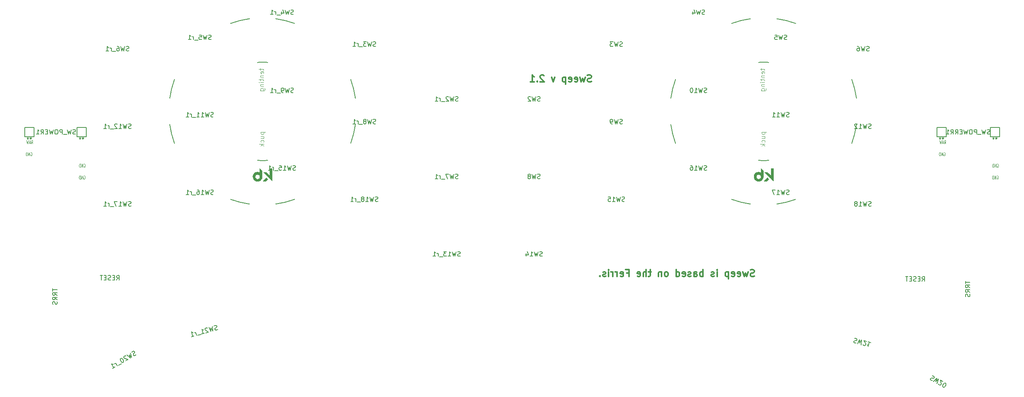
<source format=gbr>
%TF.GenerationSoftware,KiCad,Pcbnew,(6.0.4-0)*%
%TF.CreationDate,2022-05-14T15:15:58+02:00*%
%TF.ProjectId,sweepv2.1,73776565-7076-4322-9e31-2e6b69636164,rev?*%
%TF.SameCoordinates,Original*%
%TF.FileFunction,Legend,Bot*%
%TF.FilePolarity,Positive*%
%FSLAX46Y46*%
G04 Gerber Fmt 4.6, Leading zero omitted, Abs format (unit mm)*
G04 Created by KiCad (PCBNEW (6.0.4-0)) date 2022-05-14 15:15:58*
%MOMM*%
%LPD*%
G01*
G04 APERTURE LIST*
%ADD10C,0.300000*%
%ADD11C,0.150000*%
%ADD12C,0.125000*%
%ADD13C,0.100000*%
%ADD14C,0.010000*%
%ADD15C,0.200000*%
G04 APERTURE END LIST*
D10*
X147648571Y-39723142D02*
X147434285Y-39794571D01*
X147077142Y-39794571D01*
X146934285Y-39723142D01*
X146862857Y-39651714D01*
X146791428Y-39508857D01*
X146791428Y-39366000D01*
X146862857Y-39223142D01*
X146934285Y-39151714D01*
X147077142Y-39080285D01*
X147362857Y-39008857D01*
X147505714Y-38937428D01*
X147577142Y-38866000D01*
X147648571Y-38723142D01*
X147648571Y-38580285D01*
X147577142Y-38437428D01*
X147505714Y-38366000D01*
X147362857Y-38294571D01*
X147005714Y-38294571D01*
X146791428Y-38366000D01*
X146291428Y-38794571D02*
X146005714Y-39794571D01*
X145720000Y-39080285D01*
X145434285Y-39794571D01*
X145148571Y-38794571D01*
X144005714Y-39723142D02*
X144148571Y-39794571D01*
X144434285Y-39794571D01*
X144577142Y-39723142D01*
X144648571Y-39580285D01*
X144648571Y-39008857D01*
X144577142Y-38866000D01*
X144434285Y-38794571D01*
X144148571Y-38794571D01*
X144005714Y-38866000D01*
X143934285Y-39008857D01*
X143934285Y-39151714D01*
X144648571Y-39294571D01*
X142720000Y-39723142D02*
X142862857Y-39794571D01*
X143148571Y-39794571D01*
X143291428Y-39723142D01*
X143362857Y-39580285D01*
X143362857Y-39008857D01*
X143291428Y-38866000D01*
X143148571Y-38794571D01*
X142862857Y-38794571D01*
X142720000Y-38866000D01*
X142648571Y-39008857D01*
X142648571Y-39151714D01*
X143362857Y-39294571D01*
X142005714Y-38794571D02*
X142005714Y-40294571D01*
X142005714Y-38866000D02*
X141862857Y-38794571D01*
X141577142Y-38794571D01*
X141434285Y-38866000D01*
X141362857Y-38937428D01*
X141291428Y-39080285D01*
X141291428Y-39508857D01*
X141362857Y-39651714D01*
X141434285Y-39723142D01*
X141577142Y-39794571D01*
X141862857Y-39794571D01*
X142005714Y-39723142D01*
X139648571Y-38794571D02*
X139291428Y-39794571D01*
X138934285Y-38794571D01*
X137291428Y-38437428D02*
X137220000Y-38366000D01*
X137077142Y-38294571D01*
X136720000Y-38294571D01*
X136577142Y-38366000D01*
X136505714Y-38437428D01*
X136434285Y-38580285D01*
X136434285Y-38723142D01*
X136505714Y-38937428D01*
X137362857Y-39794571D01*
X136434285Y-39794571D01*
X135791428Y-39651714D02*
X135720000Y-39723142D01*
X135791428Y-39794571D01*
X135862857Y-39723142D01*
X135791428Y-39651714D01*
X135791428Y-39794571D01*
X134291428Y-39794571D02*
X135148571Y-39794571D01*
X134720000Y-39794571D02*
X134720000Y-38294571D01*
X134862857Y-38508857D01*
X135005714Y-38651714D01*
X135148571Y-38723142D01*
X183298571Y-82395142D02*
X183084285Y-82466571D01*
X182727142Y-82466571D01*
X182584285Y-82395142D01*
X182512857Y-82323714D01*
X182441428Y-82180857D01*
X182441428Y-82038000D01*
X182512857Y-81895142D01*
X182584285Y-81823714D01*
X182727142Y-81752285D01*
X183012857Y-81680857D01*
X183155714Y-81609428D01*
X183227142Y-81538000D01*
X183298571Y-81395142D01*
X183298571Y-81252285D01*
X183227142Y-81109428D01*
X183155714Y-81038000D01*
X183012857Y-80966571D01*
X182655714Y-80966571D01*
X182441428Y-81038000D01*
X181941428Y-81466571D02*
X181655714Y-82466571D01*
X181370000Y-81752285D01*
X181084285Y-82466571D01*
X180798571Y-81466571D01*
X179655714Y-82395142D02*
X179798571Y-82466571D01*
X180084285Y-82466571D01*
X180227142Y-82395142D01*
X180298571Y-82252285D01*
X180298571Y-81680857D01*
X180227142Y-81538000D01*
X180084285Y-81466571D01*
X179798571Y-81466571D01*
X179655714Y-81538000D01*
X179584285Y-81680857D01*
X179584285Y-81823714D01*
X180298571Y-81966571D01*
X178370000Y-82395142D02*
X178512857Y-82466571D01*
X178798571Y-82466571D01*
X178941428Y-82395142D01*
X179012857Y-82252285D01*
X179012857Y-81680857D01*
X178941428Y-81538000D01*
X178798571Y-81466571D01*
X178512857Y-81466571D01*
X178370000Y-81538000D01*
X178298571Y-81680857D01*
X178298571Y-81823714D01*
X179012857Y-81966571D01*
X177655714Y-81466571D02*
X177655714Y-82966571D01*
X177655714Y-81538000D02*
X177512857Y-81466571D01*
X177227142Y-81466571D01*
X177084285Y-81538000D01*
X177012857Y-81609428D01*
X176941428Y-81752285D01*
X176941428Y-82180857D01*
X177012857Y-82323714D01*
X177084285Y-82395142D01*
X177227142Y-82466571D01*
X177512857Y-82466571D01*
X177655714Y-82395142D01*
X175155714Y-82466571D02*
X175155714Y-81466571D01*
X175155714Y-80966571D02*
X175227142Y-81038000D01*
X175155714Y-81109428D01*
X175084285Y-81038000D01*
X175155714Y-80966571D01*
X175155714Y-81109428D01*
X174512857Y-82395142D02*
X174370000Y-82466571D01*
X174084285Y-82466571D01*
X173941428Y-82395142D01*
X173870000Y-82252285D01*
X173870000Y-82180857D01*
X173941428Y-82038000D01*
X174084285Y-81966571D01*
X174298571Y-81966571D01*
X174441428Y-81895142D01*
X174512857Y-81752285D01*
X174512857Y-81680857D01*
X174441428Y-81538000D01*
X174298571Y-81466571D01*
X174084285Y-81466571D01*
X173941428Y-81538000D01*
X172084285Y-82466571D02*
X172084285Y-80966571D01*
X172084285Y-81538000D02*
X171941428Y-81466571D01*
X171655714Y-81466571D01*
X171512857Y-81538000D01*
X171441428Y-81609428D01*
X171370000Y-81752285D01*
X171370000Y-82180857D01*
X171441428Y-82323714D01*
X171512857Y-82395142D01*
X171655714Y-82466571D01*
X171941428Y-82466571D01*
X172084285Y-82395142D01*
X170084285Y-82466571D02*
X170084285Y-81680857D01*
X170155714Y-81538000D01*
X170298571Y-81466571D01*
X170584285Y-81466571D01*
X170727142Y-81538000D01*
X170084285Y-82395142D02*
X170227142Y-82466571D01*
X170584285Y-82466571D01*
X170727142Y-82395142D01*
X170798571Y-82252285D01*
X170798571Y-82109428D01*
X170727142Y-81966571D01*
X170584285Y-81895142D01*
X170227142Y-81895142D01*
X170084285Y-81823714D01*
X169441428Y-82395142D02*
X169298571Y-82466571D01*
X169012857Y-82466571D01*
X168870000Y-82395142D01*
X168798571Y-82252285D01*
X168798571Y-82180857D01*
X168870000Y-82038000D01*
X169012857Y-81966571D01*
X169227142Y-81966571D01*
X169370000Y-81895142D01*
X169441428Y-81752285D01*
X169441428Y-81680857D01*
X169370000Y-81538000D01*
X169227142Y-81466571D01*
X169012857Y-81466571D01*
X168870000Y-81538000D01*
X167584285Y-82395142D02*
X167727142Y-82466571D01*
X168012857Y-82466571D01*
X168155714Y-82395142D01*
X168227142Y-82252285D01*
X168227142Y-81680857D01*
X168155714Y-81538000D01*
X168012857Y-81466571D01*
X167727142Y-81466571D01*
X167584285Y-81538000D01*
X167512857Y-81680857D01*
X167512857Y-81823714D01*
X168227142Y-81966571D01*
X166227142Y-82466571D02*
X166227142Y-80966571D01*
X166227142Y-82395142D02*
X166370000Y-82466571D01*
X166655714Y-82466571D01*
X166798571Y-82395142D01*
X166870000Y-82323714D01*
X166941428Y-82180857D01*
X166941428Y-81752285D01*
X166870000Y-81609428D01*
X166798571Y-81538000D01*
X166655714Y-81466571D01*
X166370000Y-81466571D01*
X166227142Y-81538000D01*
X164155714Y-82466571D02*
X164298571Y-82395142D01*
X164370000Y-82323714D01*
X164441428Y-82180857D01*
X164441428Y-81752285D01*
X164370000Y-81609428D01*
X164298571Y-81538000D01*
X164155714Y-81466571D01*
X163941428Y-81466571D01*
X163798571Y-81538000D01*
X163727142Y-81609428D01*
X163655714Y-81752285D01*
X163655714Y-82180857D01*
X163727142Y-82323714D01*
X163798571Y-82395142D01*
X163941428Y-82466571D01*
X164155714Y-82466571D01*
X163012857Y-81466571D02*
X163012857Y-82466571D01*
X163012857Y-81609428D02*
X162941428Y-81538000D01*
X162798571Y-81466571D01*
X162584285Y-81466571D01*
X162441428Y-81538000D01*
X162370000Y-81680857D01*
X162370000Y-82466571D01*
X160727142Y-81466571D02*
X160155714Y-81466571D01*
X160512857Y-80966571D02*
X160512857Y-82252285D01*
X160441428Y-82395142D01*
X160298571Y-82466571D01*
X160155714Y-82466571D01*
X159655714Y-82466571D02*
X159655714Y-80966571D01*
X159012857Y-82466571D02*
X159012857Y-81680857D01*
X159084285Y-81538000D01*
X159227142Y-81466571D01*
X159441428Y-81466571D01*
X159584285Y-81538000D01*
X159655714Y-81609428D01*
X157727142Y-82395142D02*
X157870000Y-82466571D01*
X158155714Y-82466571D01*
X158298571Y-82395142D01*
X158370000Y-82252285D01*
X158370000Y-81680857D01*
X158298571Y-81538000D01*
X158155714Y-81466571D01*
X157870000Y-81466571D01*
X157727142Y-81538000D01*
X157655714Y-81680857D01*
X157655714Y-81823714D01*
X158370000Y-81966571D01*
X155370000Y-81680857D02*
X155870000Y-81680857D01*
X155870000Y-82466571D02*
X155870000Y-80966571D01*
X155155714Y-80966571D01*
X154012857Y-82395142D02*
X154155714Y-82466571D01*
X154441428Y-82466571D01*
X154584285Y-82395142D01*
X154655714Y-82252285D01*
X154655714Y-81680857D01*
X154584285Y-81538000D01*
X154441428Y-81466571D01*
X154155714Y-81466571D01*
X154012857Y-81538000D01*
X153941428Y-81680857D01*
X153941428Y-81823714D01*
X154655714Y-81966571D01*
X153298571Y-82466571D02*
X153298571Y-81466571D01*
X153298571Y-81752285D02*
X153227142Y-81609428D01*
X153155714Y-81538000D01*
X153012857Y-81466571D01*
X152870000Y-81466571D01*
X152370000Y-82466571D02*
X152370000Y-81466571D01*
X152370000Y-81752285D02*
X152298571Y-81609428D01*
X152227142Y-81538000D01*
X152084285Y-81466571D01*
X151941428Y-81466571D01*
X151441428Y-82466571D02*
X151441428Y-81466571D01*
X151441428Y-80966571D02*
X151512857Y-81038000D01*
X151441428Y-81109428D01*
X151370000Y-81038000D01*
X151441428Y-80966571D01*
X151441428Y-81109428D01*
X150798571Y-82395142D02*
X150655714Y-82466571D01*
X150370000Y-82466571D01*
X150227142Y-82395142D01*
X150155714Y-82252285D01*
X150155714Y-82180857D01*
X150227142Y-82038000D01*
X150370000Y-81966571D01*
X150584285Y-81966571D01*
X150727142Y-81895142D01*
X150798571Y-81752285D01*
X150798571Y-81680857D01*
X150727142Y-81538000D01*
X150584285Y-81466571D01*
X150370000Y-81466571D01*
X150227142Y-81538000D01*
X149512857Y-82323714D02*
X149441428Y-82395142D01*
X149512857Y-82466571D01*
X149584285Y-82395142D01*
X149512857Y-82323714D01*
X149512857Y-82466571D01*
D11*
%TO.C,SW10*%
X172905523Y-42102761D02*
X172762666Y-42150380D01*
X172524571Y-42150380D01*
X172429333Y-42102761D01*
X172381714Y-42055142D01*
X172334095Y-41959904D01*
X172334095Y-41864666D01*
X172381714Y-41769428D01*
X172429333Y-41721809D01*
X172524571Y-41674190D01*
X172715047Y-41626571D01*
X172810285Y-41578952D01*
X172857904Y-41531333D01*
X172905523Y-41436095D01*
X172905523Y-41340857D01*
X172857904Y-41245619D01*
X172810285Y-41198000D01*
X172715047Y-41150380D01*
X172476952Y-41150380D01*
X172334095Y-41198000D01*
X172000761Y-41150380D02*
X171762666Y-42150380D01*
X171572190Y-41436095D01*
X171381714Y-42150380D01*
X171143619Y-41150380D01*
X170238857Y-42150380D02*
X170810285Y-42150380D01*
X170524571Y-42150380D02*
X170524571Y-41150380D01*
X170619809Y-41293238D01*
X170715047Y-41388476D01*
X170810285Y-41436095D01*
X169619809Y-41150380D02*
X169524571Y-41150380D01*
X169429333Y-41198000D01*
X169381714Y-41245619D01*
X169334095Y-41340857D01*
X169286476Y-41531333D01*
X169286476Y-41769428D01*
X169334095Y-41959904D01*
X169381714Y-42055142D01*
X169429333Y-42102761D01*
X169524571Y-42150380D01*
X169619809Y-42150380D01*
X169715047Y-42102761D01*
X169762666Y-42055142D01*
X169810285Y-41959904D01*
X169857904Y-41769428D01*
X169857904Y-41531333D01*
X169810285Y-41340857D01*
X169762666Y-41245619D01*
X169715047Y-41198000D01*
X169619809Y-41150380D01*
D12*
%TO.C,U1*%
X236418952Y-60419000D02*
X236466571Y-60383285D01*
X236538000Y-60383285D01*
X236609428Y-60419000D01*
X236657047Y-60490428D01*
X236680857Y-60561857D01*
X236704666Y-60704714D01*
X236704666Y-60811857D01*
X236680857Y-60954714D01*
X236657047Y-61026142D01*
X236609428Y-61097571D01*
X236538000Y-61133285D01*
X236490380Y-61133285D01*
X236418952Y-61097571D01*
X236395142Y-61061857D01*
X236395142Y-60811857D01*
X236490380Y-60811857D01*
X236180857Y-61133285D02*
X236180857Y-60383285D01*
X235895142Y-61133285D01*
X235895142Y-60383285D01*
X235657047Y-61133285D02*
X235657047Y-60383285D01*
X235538000Y-60383285D01*
X235466571Y-60419000D01*
X235418952Y-60490428D01*
X235395142Y-60561857D01*
X235371333Y-60704714D01*
X235371333Y-60811857D01*
X235395142Y-60954714D01*
X235418952Y-61026142D01*
X235466571Y-61097571D01*
X235538000Y-61133285D01*
X235657047Y-61133285D01*
X236438952Y-57839000D02*
X236486571Y-57803285D01*
X236558000Y-57803285D01*
X236629428Y-57839000D01*
X236677047Y-57910428D01*
X236700857Y-57981857D01*
X236724666Y-58124714D01*
X236724666Y-58231857D01*
X236700857Y-58374714D01*
X236677047Y-58446142D01*
X236629428Y-58517571D01*
X236558000Y-58553285D01*
X236510380Y-58553285D01*
X236438952Y-58517571D01*
X236415142Y-58481857D01*
X236415142Y-58231857D01*
X236510380Y-58231857D01*
X236200857Y-58553285D02*
X236200857Y-57803285D01*
X235915142Y-58553285D01*
X235915142Y-57803285D01*
X235677047Y-58553285D02*
X235677047Y-57803285D01*
X235558000Y-57803285D01*
X235486571Y-57839000D01*
X235438952Y-57910428D01*
X235415142Y-57981857D01*
X235391333Y-58124714D01*
X235391333Y-58231857D01*
X235415142Y-58374714D01*
X235438952Y-58446142D01*
X235486571Y-58517571D01*
X235558000Y-58553285D01*
X235677047Y-58553285D01*
X224788952Y-55309000D02*
X224836571Y-55273285D01*
X224908000Y-55273285D01*
X224979428Y-55309000D01*
X225027047Y-55380428D01*
X225050857Y-55451857D01*
X225074666Y-55594714D01*
X225074666Y-55701857D01*
X225050857Y-55844714D01*
X225027047Y-55916142D01*
X224979428Y-55987571D01*
X224908000Y-56023285D01*
X224860380Y-56023285D01*
X224788952Y-55987571D01*
X224765142Y-55951857D01*
X224765142Y-55701857D01*
X224860380Y-55701857D01*
X224550857Y-56023285D02*
X224550857Y-55273285D01*
X224265142Y-56023285D01*
X224265142Y-55273285D01*
X224027047Y-56023285D02*
X224027047Y-55273285D01*
X223908000Y-55273285D01*
X223836571Y-55309000D01*
X223788952Y-55380428D01*
X223765142Y-55451857D01*
X223741333Y-55594714D01*
X223741333Y-55701857D01*
X223765142Y-55844714D01*
X223788952Y-55916142D01*
X223836571Y-55987571D01*
X223908000Y-56023285D01*
X224027047Y-56023285D01*
X224883238Y-53383285D02*
X225049904Y-53026142D01*
X225168952Y-53383285D02*
X225168952Y-52633285D01*
X224978476Y-52633285D01*
X224930857Y-52669000D01*
X224907047Y-52704714D01*
X224883238Y-52776142D01*
X224883238Y-52883285D01*
X224907047Y-52954714D01*
X224930857Y-52990428D01*
X224978476Y-53026142D01*
X225168952Y-53026142D01*
X224692761Y-53169000D02*
X224454666Y-53169000D01*
X224740380Y-53383285D02*
X224573714Y-52633285D01*
X224407047Y-53383285D01*
X224288000Y-52633285D02*
X224168952Y-53383285D01*
X224073714Y-52847571D01*
X223978476Y-53383285D01*
X223859428Y-52633285D01*
D11*
D12*
%TO.C,U2*%
X36566952Y-60419000D02*
X36614571Y-60383285D01*
X36686000Y-60383285D01*
X36757428Y-60419000D01*
X36805047Y-60490428D01*
X36828857Y-60561857D01*
X36852666Y-60704714D01*
X36852666Y-60811857D01*
X36828857Y-60954714D01*
X36805047Y-61026142D01*
X36757428Y-61097571D01*
X36686000Y-61133285D01*
X36638380Y-61133285D01*
X36566952Y-61097571D01*
X36543142Y-61061857D01*
X36543142Y-60811857D01*
X36638380Y-60811857D01*
X36328857Y-61133285D02*
X36328857Y-60383285D01*
X36043142Y-61133285D01*
X36043142Y-60383285D01*
X35805047Y-61133285D02*
X35805047Y-60383285D01*
X35686000Y-60383285D01*
X35614571Y-60419000D01*
X35566952Y-60490428D01*
X35543142Y-60561857D01*
X35519333Y-60704714D01*
X35519333Y-60811857D01*
X35543142Y-60954714D01*
X35566952Y-61026142D01*
X35614571Y-61097571D01*
X35686000Y-61133285D01*
X35805047Y-61133285D01*
X36586952Y-57839000D02*
X36634571Y-57803285D01*
X36706000Y-57803285D01*
X36777428Y-57839000D01*
X36825047Y-57910428D01*
X36848857Y-57981857D01*
X36872666Y-58124714D01*
X36872666Y-58231857D01*
X36848857Y-58374714D01*
X36825047Y-58446142D01*
X36777428Y-58517571D01*
X36706000Y-58553285D01*
X36658380Y-58553285D01*
X36586952Y-58517571D01*
X36563142Y-58481857D01*
X36563142Y-58231857D01*
X36658380Y-58231857D01*
X36348857Y-58553285D02*
X36348857Y-57803285D01*
X36063142Y-58553285D01*
X36063142Y-57803285D01*
X35825047Y-58553285D02*
X35825047Y-57803285D01*
X35706000Y-57803285D01*
X35634571Y-57839000D01*
X35586952Y-57910428D01*
X35563142Y-57981857D01*
X35539333Y-58124714D01*
X35539333Y-58231857D01*
X35563142Y-58374714D01*
X35586952Y-58446142D01*
X35634571Y-58517571D01*
X35706000Y-58553285D01*
X35825047Y-58553285D01*
X24936952Y-55309000D02*
X24984571Y-55273285D01*
X25056000Y-55273285D01*
X25127428Y-55309000D01*
X25175047Y-55380428D01*
X25198857Y-55451857D01*
X25222666Y-55594714D01*
X25222666Y-55701857D01*
X25198857Y-55844714D01*
X25175047Y-55916142D01*
X25127428Y-55987571D01*
X25056000Y-56023285D01*
X25008380Y-56023285D01*
X24936952Y-55987571D01*
X24913142Y-55951857D01*
X24913142Y-55701857D01*
X25008380Y-55701857D01*
X24698857Y-56023285D02*
X24698857Y-55273285D01*
X24413142Y-56023285D01*
X24413142Y-55273285D01*
X24175047Y-56023285D02*
X24175047Y-55273285D01*
X24056000Y-55273285D01*
X23984571Y-55309000D01*
X23936952Y-55380428D01*
X23913142Y-55451857D01*
X23889333Y-55594714D01*
X23889333Y-55701857D01*
X23913142Y-55844714D01*
X23936952Y-55916142D01*
X23984571Y-55987571D01*
X24056000Y-56023285D01*
X24175047Y-56023285D01*
X25031238Y-53383285D02*
X25197904Y-53026142D01*
X25316952Y-53383285D02*
X25316952Y-52633285D01*
X25126476Y-52633285D01*
X25078857Y-52669000D01*
X25055047Y-52704714D01*
X25031238Y-52776142D01*
X25031238Y-52883285D01*
X25055047Y-52954714D01*
X25078857Y-52990428D01*
X25126476Y-53026142D01*
X25316952Y-53026142D01*
X24840761Y-53169000D02*
X24602666Y-53169000D01*
X24888380Y-53383285D02*
X24721714Y-52633285D01*
X24555047Y-53383285D01*
X24436000Y-52633285D02*
X24316952Y-53383285D01*
X24221714Y-52847571D01*
X24126476Y-53383285D01*
X24007428Y-52633285D01*
D11*
%TO.C,J1*%
X29741880Y-85115595D02*
X29741880Y-85687023D01*
X30741880Y-85401309D02*
X29741880Y-85401309D01*
X30741880Y-86591785D02*
X30265690Y-86258452D01*
X30741880Y-86020357D02*
X29741880Y-86020357D01*
X29741880Y-86401309D01*
X29789500Y-86496547D01*
X29837119Y-86544166D01*
X29932357Y-86591785D01*
X30075214Y-86591785D01*
X30170452Y-86544166D01*
X30218071Y-86496547D01*
X30265690Y-86401309D01*
X30265690Y-86020357D01*
X30741880Y-87591785D02*
X30265690Y-87258452D01*
X30741880Y-87020357D02*
X29741880Y-87020357D01*
X29741880Y-87401309D01*
X29789500Y-87496547D01*
X29837119Y-87544166D01*
X29932357Y-87591785D01*
X30075214Y-87591785D01*
X30170452Y-87544166D01*
X30218071Y-87496547D01*
X30265690Y-87401309D01*
X30265690Y-87020357D01*
X30694261Y-87972738D02*
X30741880Y-88115595D01*
X30741880Y-88353690D01*
X30694261Y-88448928D01*
X30646642Y-88496547D01*
X30551404Y-88544166D01*
X30456166Y-88544166D01*
X30360928Y-88496547D01*
X30313309Y-88448928D01*
X30265690Y-88353690D01*
X30218071Y-88163214D01*
X30170452Y-88067976D01*
X30122833Y-88020357D01*
X30027595Y-87972738D01*
X29932357Y-87972738D01*
X29837119Y-88020357D01*
X29789500Y-88067976D01*
X29741880Y-88163214D01*
X29741880Y-88401309D01*
X29789500Y-88544166D01*
%TO.C,J2*%
X229512880Y-83464595D02*
X229512880Y-84036023D01*
X230512880Y-83750309D02*
X229512880Y-83750309D01*
X230512880Y-84940785D02*
X230036690Y-84607452D01*
X230512880Y-84369357D02*
X229512880Y-84369357D01*
X229512880Y-84750309D01*
X229560500Y-84845547D01*
X229608119Y-84893166D01*
X229703357Y-84940785D01*
X229846214Y-84940785D01*
X229941452Y-84893166D01*
X229989071Y-84845547D01*
X230036690Y-84750309D01*
X230036690Y-84369357D01*
X230512880Y-85940785D02*
X230036690Y-85607452D01*
X230512880Y-85369357D02*
X229512880Y-85369357D01*
X229512880Y-85750309D01*
X229560500Y-85845547D01*
X229608119Y-85893166D01*
X229703357Y-85940785D01*
X229846214Y-85940785D01*
X229941452Y-85893166D01*
X229989071Y-85845547D01*
X230036690Y-85750309D01*
X230036690Y-85369357D01*
X230465261Y-86321738D02*
X230512880Y-86464595D01*
X230512880Y-86702690D01*
X230465261Y-86797928D01*
X230417642Y-86845547D01*
X230322404Y-86893166D01*
X230227166Y-86893166D01*
X230131928Y-86845547D01*
X230084309Y-86797928D01*
X230036690Y-86702690D01*
X229989071Y-86512214D01*
X229941452Y-86416976D01*
X229893833Y-86369357D01*
X229798595Y-86321738D01*
X229703357Y-86321738D01*
X229608119Y-86369357D01*
X229560500Y-86416976D01*
X229512880Y-86512214D01*
X229512880Y-86750309D01*
X229560500Y-86893166D01*
%TO.C,SW_POWERR1*%
X234885904Y-51220761D02*
X234743047Y-51268380D01*
X234504952Y-51268380D01*
X234409714Y-51220761D01*
X234362095Y-51173142D01*
X234314476Y-51077904D01*
X234314476Y-50982666D01*
X234362095Y-50887428D01*
X234409714Y-50839809D01*
X234504952Y-50792190D01*
X234695428Y-50744571D01*
X234790666Y-50696952D01*
X234838285Y-50649333D01*
X234885904Y-50554095D01*
X234885904Y-50458857D01*
X234838285Y-50363619D01*
X234790666Y-50316000D01*
X234695428Y-50268380D01*
X234457333Y-50268380D01*
X234314476Y-50316000D01*
X233981142Y-50268380D02*
X233743047Y-51268380D01*
X233552571Y-50554095D01*
X233362095Y-51268380D01*
X233124000Y-50268380D01*
X232981142Y-51363619D02*
X232219238Y-51363619D01*
X231981142Y-51268380D02*
X231981142Y-50268380D01*
X231600190Y-50268380D01*
X231504952Y-50316000D01*
X231457333Y-50363619D01*
X231409714Y-50458857D01*
X231409714Y-50601714D01*
X231457333Y-50696952D01*
X231504952Y-50744571D01*
X231600190Y-50792190D01*
X231981142Y-50792190D01*
X230790666Y-50268380D02*
X230600190Y-50268380D01*
X230504952Y-50316000D01*
X230409714Y-50411238D01*
X230362095Y-50601714D01*
X230362095Y-50935047D01*
X230409714Y-51125523D01*
X230504952Y-51220761D01*
X230600190Y-51268380D01*
X230790666Y-51268380D01*
X230885904Y-51220761D01*
X230981142Y-51125523D01*
X231028761Y-50935047D01*
X231028761Y-50601714D01*
X230981142Y-50411238D01*
X230885904Y-50316000D01*
X230790666Y-50268380D01*
X230028761Y-50268380D02*
X229790666Y-51268380D01*
X229600190Y-50554095D01*
X229409714Y-51268380D01*
X229171619Y-50268380D01*
X228790666Y-50744571D02*
X228457333Y-50744571D01*
X228314476Y-51268380D02*
X228790666Y-51268380D01*
X228790666Y-50268380D01*
X228314476Y-50268380D01*
X227314476Y-51268380D02*
X227647809Y-50792190D01*
X227885904Y-51268380D02*
X227885904Y-50268380D01*
X227504952Y-50268380D01*
X227409714Y-50316000D01*
X227362095Y-50363619D01*
X227314476Y-50458857D01*
X227314476Y-50601714D01*
X227362095Y-50696952D01*
X227409714Y-50744571D01*
X227504952Y-50792190D01*
X227885904Y-50792190D01*
X226314476Y-51268380D02*
X226647809Y-50792190D01*
X226885904Y-51268380D02*
X226885904Y-50268380D01*
X226504952Y-50268380D01*
X226409714Y-50316000D01*
X226362095Y-50363619D01*
X226314476Y-50458857D01*
X226314476Y-50601714D01*
X226362095Y-50696952D01*
X226409714Y-50744571D01*
X226504952Y-50792190D01*
X226885904Y-50792190D01*
X225362095Y-51268380D02*
X225933523Y-51268380D01*
X225647809Y-51268380D02*
X225647809Y-50268380D01*
X225743047Y-50411238D01*
X225838285Y-50506476D01*
X225933523Y-50554095D01*
%TO.C,SW_POWER1*%
X34741904Y-51220761D02*
X34599047Y-51268380D01*
X34360952Y-51268380D01*
X34265714Y-51220761D01*
X34218095Y-51173142D01*
X34170476Y-51077904D01*
X34170476Y-50982666D01*
X34218095Y-50887428D01*
X34265714Y-50839809D01*
X34360952Y-50792190D01*
X34551428Y-50744571D01*
X34646666Y-50696952D01*
X34694285Y-50649333D01*
X34741904Y-50554095D01*
X34741904Y-50458857D01*
X34694285Y-50363619D01*
X34646666Y-50316000D01*
X34551428Y-50268380D01*
X34313333Y-50268380D01*
X34170476Y-50316000D01*
X33837142Y-50268380D02*
X33599047Y-51268380D01*
X33408571Y-50554095D01*
X33218095Y-51268380D01*
X32980000Y-50268380D01*
X32837142Y-51363619D02*
X32075238Y-51363619D01*
X31837142Y-51268380D02*
X31837142Y-50268380D01*
X31456190Y-50268380D01*
X31360952Y-50316000D01*
X31313333Y-50363619D01*
X31265714Y-50458857D01*
X31265714Y-50601714D01*
X31313333Y-50696952D01*
X31360952Y-50744571D01*
X31456190Y-50792190D01*
X31837142Y-50792190D01*
X30646666Y-50268380D02*
X30456190Y-50268380D01*
X30360952Y-50316000D01*
X30265714Y-50411238D01*
X30218095Y-50601714D01*
X30218095Y-50935047D01*
X30265714Y-51125523D01*
X30360952Y-51220761D01*
X30456190Y-51268380D01*
X30646666Y-51268380D01*
X30741904Y-51220761D01*
X30837142Y-51125523D01*
X30884761Y-50935047D01*
X30884761Y-50601714D01*
X30837142Y-50411238D01*
X30741904Y-50316000D01*
X30646666Y-50268380D01*
X29884761Y-50268380D02*
X29646666Y-51268380D01*
X29456190Y-50554095D01*
X29265714Y-51268380D01*
X29027619Y-50268380D01*
X28646666Y-50744571D02*
X28313333Y-50744571D01*
X28170476Y-51268380D02*
X28646666Y-51268380D01*
X28646666Y-50268380D01*
X28170476Y-50268380D01*
X27170476Y-51268380D02*
X27503809Y-50792190D01*
X27741904Y-51268380D02*
X27741904Y-50268380D01*
X27360952Y-50268380D01*
X27265714Y-50316000D01*
X27218095Y-50363619D01*
X27170476Y-50458857D01*
X27170476Y-50601714D01*
X27218095Y-50696952D01*
X27265714Y-50744571D01*
X27360952Y-50792190D01*
X27741904Y-50792190D01*
X26218095Y-51268380D02*
X26789523Y-51268380D01*
X26503809Y-51268380D02*
X26503809Y-50268380D01*
X26599047Y-50411238D01*
X26694285Y-50506476D01*
X26789523Y-50554095D01*
%TO.C,SW2*%
X136429333Y-43986761D02*
X136286476Y-44034380D01*
X136048380Y-44034380D01*
X135953142Y-43986761D01*
X135905523Y-43939142D01*
X135857904Y-43843904D01*
X135857904Y-43748666D01*
X135905523Y-43653428D01*
X135953142Y-43605809D01*
X136048380Y-43558190D01*
X136238857Y-43510571D01*
X136334095Y-43462952D01*
X136381714Y-43415333D01*
X136429333Y-43320095D01*
X136429333Y-43224857D01*
X136381714Y-43129619D01*
X136334095Y-43082000D01*
X136238857Y-43034380D01*
X136000761Y-43034380D01*
X135857904Y-43082000D01*
X135524571Y-43034380D02*
X135286476Y-44034380D01*
X135096000Y-43320095D01*
X134905523Y-44034380D01*
X134667428Y-43034380D01*
X134334095Y-43129619D02*
X134286476Y-43082000D01*
X134191238Y-43034380D01*
X133953142Y-43034380D01*
X133857904Y-43082000D01*
X133810285Y-43129619D01*
X133762666Y-43224857D01*
X133762666Y-43320095D01*
X133810285Y-43462952D01*
X134381714Y-44034380D01*
X133762666Y-44034380D01*
%TO.C,SW3*%
X154429333Y-31986761D02*
X154286476Y-32034380D01*
X154048380Y-32034380D01*
X153953142Y-31986761D01*
X153905523Y-31939142D01*
X153857904Y-31843904D01*
X153857904Y-31748666D01*
X153905523Y-31653428D01*
X153953142Y-31605809D01*
X154048380Y-31558190D01*
X154238857Y-31510571D01*
X154334095Y-31462952D01*
X154381714Y-31415333D01*
X154429333Y-31320095D01*
X154429333Y-31224857D01*
X154381714Y-31129619D01*
X154334095Y-31082000D01*
X154238857Y-31034380D01*
X154000761Y-31034380D01*
X153857904Y-31082000D01*
X153524571Y-31034380D02*
X153286476Y-32034380D01*
X153096000Y-31320095D01*
X152905523Y-32034380D01*
X152667428Y-31034380D01*
X152381714Y-31034380D02*
X151762666Y-31034380D01*
X152096000Y-31415333D01*
X151953142Y-31415333D01*
X151857904Y-31462952D01*
X151810285Y-31510571D01*
X151762666Y-31605809D01*
X151762666Y-31843904D01*
X151810285Y-31939142D01*
X151857904Y-31986761D01*
X151953142Y-32034380D01*
X152238857Y-32034380D01*
X152334095Y-31986761D01*
X152381714Y-31939142D01*
%TO.C,SW4*%
X172429333Y-24986761D02*
X172286476Y-25034380D01*
X172048380Y-25034380D01*
X171953142Y-24986761D01*
X171905523Y-24939142D01*
X171857904Y-24843904D01*
X171857904Y-24748666D01*
X171905523Y-24653428D01*
X171953142Y-24605809D01*
X172048380Y-24558190D01*
X172238857Y-24510571D01*
X172334095Y-24462952D01*
X172381714Y-24415333D01*
X172429333Y-24320095D01*
X172429333Y-24224857D01*
X172381714Y-24129619D01*
X172334095Y-24082000D01*
X172238857Y-24034380D01*
X172000761Y-24034380D01*
X171857904Y-24082000D01*
X171524571Y-24034380D02*
X171286476Y-25034380D01*
X171096000Y-24320095D01*
X170905523Y-25034380D01*
X170667428Y-24034380D01*
X169857904Y-24367714D02*
X169857904Y-25034380D01*
X170096000Y-23986761D02*
X170334095Y-24701047D01*
X169715047Y-24701047D01*
%TO.C,SW5*%
X190429333Y-30486761D02*
X190286476Y-30534380D01*
X190048380Y-30534380D01*
X189953142Y-30486761D01*
X189905523Y-30439142D01*
X189857904Y-30343904D01*
X189857904Y-30248666D01*
X189905523Y-30153428D01*
X189953142Y-30105809D01*
X190048380Y-30058190D01*
X190238857Y-30010571D01*
X190334095Y-29962952D01*
X190381714Y-29915333D01*
X190429333Y-29820095D01*
X190429333Y-29724857D01*
X190381714Y-29629619D01*
X190334095Y-29582000D01*
X190238857Y-29534380D01*
X190000761Y-29534380D01*
X189857904Y-29582000D01*
X189524571Y-29534380D02*
X189286476Y-30534380D01*
X189096000Y-29820095D01*
X188905523Y-30534380D01*
X188667428Y-29534380D01*
X187810285Y-29534380D02*
X188286476Y-29534380D01*
X188334095Y-30010571D01*
X188286476Y-29962952D01*
X188191238Y-29915333D01*
X187953142Y-29915333D01*
X187857904Y-29962952D01*
X187810285Y-30010571D01*
X187762666Y-30105809D01*
X187762666Y-30343904D01*
X187810285Y-30439142D01*
X187857904Y-30486761D01*
X187953142Y-30534380D01*
X188191238Y-30534380D01*
X188286476Y-30486761D01*
X188334095Y-30439142D01*
%TO.C,SW6*%
X208429333Y-32986761D02*
X208286476Y-33034380D01*
X208048380Y-33034380D01*
X207953142Y-32986761D01*
X207905523Y-32939142D01*
X207857904Y-32843904D01*
X207857904Y-32748666D01*
X207905523Y-32653428D01*
X207953142Y-32605809D01*
X208048380Y-32558190D01*
X208238857Y-32510571D01*
X208334095Y-32462952D01*
X208381714Y-32415333D01*
X208429333Y-32320095D01*
X208429333Y-32224857D01*
X208381714Y-32129619D01*
X208334095Y-32082000D01*
X208238857Y-32034380D01*
X208000761Y-32034380D01*
X207857904Y-32082000D01*
X207524571Y-32034380D02*
X207286476Y-33034380D01*
X207096000Y-32320095D01*
X206905523Y-33034380D01*
X206667428Y-32034380D01*
X205857904Y-32034380D02*
X206048380Y-32034380D01*
X206143619Y-32082000D01*
X206191238Y-32129619D01*
X206286476Y-32272476D01*
X206334095Y-32462952D01*
X206334095Y-32843904D01*
X206286476Y-32939142D01*
X206238857Y-32986761D01*
X206143619Y-33034380D01*
X205953142Y-33034380D01*
X205857904Y-32986761D01*
X205810285Y-32939142D01*
X205762666Y-32843904D01*
X205762666Y-32605809D01*
X205810285Y-32510571D01*
X205857904Y-32462952D01*
X205953142Y-32415333D01*
X206143619Y-32415333D01*
X206238857Y-32462952D01*
X206286476Y-32510571D01*
X206334095Y-32605809D01*
%TO.C,SW8*%
X136429333Y-60986761D02*
X136286476Y-61034380D01*
X136048380Y-61034380D01*
X135953142Y-60986761D01*
X135905523Y-60939142D01*
X135857904Y-60843904D01*
X135857904Y-60748666D01*
X135905523Y-60653428D01*
X135953142Y-60605809D01*
X136048380Y-60558190D01*
X136238857Y-60510571D01*
X136334095Y-60462952D01*
X136381714Y-60415333D01*
X136429333Y-60320095D01*
X136429333Y-60224857D01*
X136381714Y-60129619D01*
X136334095Y-60082000D01*
X136238857Y-60034380D01*
X136000761Y-60034380D01*
X135857904Y-60082000D01*
X135524571Y-60034380D02*
X135286476Y-61034380D01*
X135096000Y-60320095D01*
X134905523Y-61034380D01*
X134667428Y-60034380D01*
X134143619Y-60462952D02*
X134238857Y-60415333D01*
X134286476Y-60367714D01*
X134334095Y-60272476D01*
X134334095Y-60224857D01*
X134286476Y-60129619D01*
X134238857Y-60082000D01*
X134143619Y-60034380D01*
X133953142Y-60034380D01*
X133857904Y-60082000D01*
X133810285Y-60129619D01*
X133762666Y-60224857D01*
X133762666Y-60272476D01*
X133810285Y-60367714D01*
X133857904Y-60415333D01*
X133953142Y-60462952D01*
X134143619Y-60462952D01*
X134238857Y-60510571D01*
X134286476Y-60558190D01*
X134334095Y-60653428D01*
X134334095Y-60843904D01*
X134286476Y-60939142D01*
X134238857Y-60986761D01*
X134143619Y-61034380D01*
X133953142Y-61034380D01*
X133857904Y-60986761D01*
X133810285Y-60939142D01*
X133762666Y-60843904D01*
X133762666Y-60653428D01*
X133810285Y-60558190D01*
X133857904Y-60510571D01*
X133953142Y-60462952D01*
%TO.C,SW9*%
X154429333Y-48960761D02*
X154286476Y-49008380D01*
X154048380Y-49008380D01*
X153953142Y-48960761D01*
X153905523Y-48913142D01*
X153857904Y-48817904D01*
X153857904Y-48722666D01*
X153905523Y-48627428D01*
X153953142Y-48579809D01*
X154048380Y-48532190D01*
X154238857Y-48484571D01*
X154334095Y-48436952D01*
X154381714Y-48389333D01*
X154429333Y-48294095D01*
X154429333Y-48198857D01*
X154381714Y-48103619D01*
X154334095Y-48056000D01*
X154238857Y-48008380D01*
X154000761Y-48008380D01*
X153857904Y-48056000D01*
X153524571Y-48008380D02*
X153286476Y-49008380D01*
X153096000Y-48294095D01*
X152905523Y-49008380D01*
X152667428Y-48008380D01*
X152238857Y-49008380D02*
X152048380Y-49008380D01*
X151953142Y-48960761D01*
X151905523Y-48913142D01*
X151810285Y-48770285D01*
X151762666Y-48579809D01*
X151762666Y-48198857D01*
X151810285Y-48103619D01*
X151857904Y-48056000D01*
X151953142Y-48008380D01*
X152143619Y-48008380D01*
X152238857Y-48056000D01*
X152286476Y-48103619D01*
X152334095Y-48198857D01*
X152334095Y-48436952D01*
X152286476Y-48532190D01*
X152238857Y-48579809D01*
X152143619Y-48627428D01*
X151953142Y-48627428D01*
X151857904Y-48579809D01*
X151810285Y-48532190D01*
X151762666Y-48436952D01*
%TO.C,SW11*%
X190905523Y-47436761D02*
X190762666Y-47484380D01*
X190524571Y-47484380D01*
X190429333Y-47436761D01*
X190381714Y-47389142D01*
X190334095Y-47293904D01*
X190334095Y-47198666D01*
X190381714Y-47103428D01*
X190429333Y-47055809D01*
X190524571Y-47008190D01*
X190715047Y-46960571D01*
X190810285Y-46912952D01*
X190857904Y-46865333D01*
X190905523Y-46770095D01*
X190905523Y-46674857D01*
X190857904Y-46579619D01*
X190810285Y-46532000D01*
X190715047Y-46484380D01*
X190476952Y-46484380D01*
X190334095Y-46532000D01*
X190000761Y-46484380D02*
X189762666Y-47484380D01*
X189572190Y-46770095D01*
X189381714Y-47484380D01*
X189143619Y-46484380D01*
X188238857Y-47484380D02*
X188810285Y-47484380D01*
X188524571Y-47484380D02*
X188524571Y-46484380D01*
X188619809Y-46627238D01*
X188715047Y-46722476D01*
X188810285Y-46770095D01*
X187286476Y-47484380D02*
X187857904Y-47484380D01*
X187572190Y-47484380D02*
X187572190Y-46484380D01*
X187667428Y-46627238D01*
X187762666Y-46722476D01*
X187857904Y-46770095D01*
%TO.C,SW12*%
X208885523Y-49976761D02*
X208742666Y-50024380D01*
X208504571Y-50024380D01*
X208409333Y-49976761D01*
X208361714Y-49929142D01*
X208314095Y-49833904D01*
X208314095Y-49738666D01*
X208361714Y-49643428D01*
X208409333Y-49595809D01*
X208504571Y-49548190D01*
X208695047Y-49500571D01*
X208790285Y-49452952D01*
X208837904Y-49405333D01*
X208885523Y-49310095D01*
X208885523Y-49214857D01*
X208837904Y-49119619D01*
X208790285Y-49072000D01*
X208695047Y-49024380D01*
X208456952Y-49024380D01*
X208314095Y-49072000D01*
X207980761Y-49024380D02*
X207742666Y-50024380D01*
X207552190Y-49310095D01*
X207361714Y-50024380D01*
X207123619Y-49024380D01*
X206218857Y-50024380D02*
X206790285Y-50024380D01*
X206504571Y-50024380D02*
X206504571Y-49024380D01*
X206599809Y-49167238D01*
X206695047Y-49262476D01*
X206790285Y-49310095D01*
X205837904Y-49119619D02*
X205790285Y-49072000D01*
X205695047Y-49024380D01*
X205456952Y-49024380D01*
X205361714Y-49072000D01*
X205314095Y-49119619D01*
X205266476Y-49214857D01*
X205266476Y-49310095D01*
X205314095Y-49452952D01*
X205885523Y-50024380D01*
X205266476Y-50024380D01*
%TO.C,SW14*%
X136905523Y-77986761D02*
X136762666Y-78034380D01*
X136524571Y-78034380D01*
X136429333Y-77986761D01*
X136381714Y-77939142D01*
X136334095Y-77843904D01*
X136334095Y-77748666D01*
X136381714Y-77653428D01*
X136429333Y-77605809D01*
X136524571Y-77558190D01*
X136715047Y-77510571D01*
X136810285Y-77462952D01*
X136857904Y-77415333D01*
X136905523Y-77320095D01*
X136905523Y-77224857D01*
X136857904Y-77129619D01*
X136810285Y-77082000D01*
X136715047Y-77034380D01*
X136476952Y-77034380D01*
X136334095Y-77082000D01*
X136000761Y-77034380D02*
X135762666Y-78034380D01*
X135572190Y-77320095D01*
X135381714Y-78034380D01*
X135143619Y-77034380D01*
X134238857Y-78034380D02*
X134810285Y-78034380D01*
X134524571Y-78034380D02*
X134524571Y-77034380D01*
X134619809Y-77177238D01*
X134715047Y-77272476D01*
X134810285Y-77320095D01*
X133381714Y-77367714D02*
X133381714Y-78034380D01*
X133619809Y-76986761D02*
X133857904Y-77701047D01*
X133238857Y-77701047D01*
%TO.C,SW15*%
X154905523Y-65978761D02*
X154762666Y-66026380D01*
X154524571Y-66026380D01*
X154429333Y-65978761D01*
X154381714Y-65931142D01*
X154334095Y-65835904D01*
X154334095Y-65740666D01*
X154381714Y-65645428D01*
X154429333Y-65597809D01*
X154524571Y-65550190D01*
X154715047Y-65502571D01*
X154810285Y-65454952D01*
X154857904Y-65407333D01*
X154905523Y-65312095D01*
X154905523Y-65216857D01*
X154857904Y-65121619D01*
X154810285Y-65074000D01*
X154715047Y-65026380D01*
X154476952Y-65026380D01*
X154334095Y-65074000D01*
X154000761Y-65026380D02*
X153762666Y-66026380D01*
X153572190Y-65312095D01*
X153381714Y-66026380D01*
X153143619Y-65026380D01*
X152238857Y-66026380D02*
X152810285Y-66026380D01*
X152524571Y-66026380D02*
X152524571Y-65026380D01*
X152619809Y-65169238D01*
X152715047Y-65264476D01*
X152810285Y-65312095D01*
X151334095Y-65026380D02*
X151810285Y-65026380D01*
X151857904Y-65502571D01*
X151810285Y-65454952D01*
X151715047Y-65407333D01*
X151476952Y-65407333D01*
X151381714Y-65454952D01*
X151334095Y-65502571D01*
X151286476Y-65597809D01*
X151286476Y-65835904D01*
X151334095Y-65931142D01*
X151381714Y-65978761D01*
X151476952Y-66026380D01*
X151715047Y-66026380D01*
X151810285Y-65978761D01*
X151857904Y-65931142D01*
%TO.C,SW16*%
X172905523Y-59120761D02*
X172762666Y-59168380D01*
X172524571Y-59168380D01*
X172429333Y-59120761D01*
X172381714Y-59073142D01*
X172334095Y-58977904D01*
X172334095Y-58882666D01*
X172381714Y-58787428D01*
X172429333Y-58739809D01*
X172524571Y-58692190D01*
X172715047Y-58644571D01*
X172810285Y-58596952D01*
X172857904Y-58549333D01*
X172905523Y-58454095D01*
X172905523Y-58358857D01*
X172857904Y-58263619D01*
X172810285Y-58216000D01*
X172715047Y-58168380D01*
X172476952Y-58168380D01*
X172334095Y-58216000D01*
X172000761Y-58168380D02*
X171762666Y-59168380D01*
X171572190Y-58454095D01*
X171381714Y-59168380D01*
X171143619Y-58168380D01*
X170238857Y-59168380D02*
X170810285Y-59168380D01*
X170524571Y-59168380D02*
X170524571Y-58168380D01*
X170619809Y-58311238D01*
X170715047Y-58406476D01*
X170810285Y-58454095D01*
X169381714Y-58168380D02*
X169572190Y-58168380D01*
X169667428Y-58216000D01*
X169715047Y-58263619D01*
X169810285Y-58406476D01*
X169857904Y-58596952D01*
X169857904Y-58977904D01*
X169810285Y-59073142D01*
X169762666Y-59120761D01*
X169667428Y-59168380D01*
X169476952Y-59168380D01*
X169381714Y-59120761D01*
X169334095Y-59073142D01*
X169286476Y-58977904D01*
X169286476Y-58739809D01*
X169334095Y-58644571D01*
X169381714Y-58596952D01*
X169476952Y-58549333D01*
X169667428Y-58549333D01*
X169762666Y-58596952D01*
X169810285Y-58644571D01*
X169857904Y-58739809D01*
%TO.C,SW17*%
X190905523Y-64454761D02*
X190762666Y-64502380D01*
X190524571Y-64502380D01*
X190429333Y-64454761D01*
X190381714Y-64407142D01*
X190334095Y-64311904D01*
X190334095Y-64216666D01*
X190381714Y-64121428D01*
X190429333Y-64073809D01*
X190524571Y-64026190D01*
X190715047Y-63978571D01*
X190810285Y-63930952D01*
X190857904Y-63883333D01*
X190905523Y-63788095D01*
X190905523Y-63692857D01*
X190857904Y-63597619D01*
X190810285Y-63550000D01*
X190715047Y-63502380D01*
X190476952Y-63502380D01*
X190334095Y-63550000D01*
X190000761Y-63502380D02*
X189762666Y-64502380D01*
X189572190Y-63788095D01*
X189381714Y-64502380D01*
X189143619Y-63502380D01*
X188238857Y-64502380D02*
X188810285Y-64502380D01*
X188524571Y-64502380D02*
X188524571Y-63502380D01*
X188619809Y-63645238D01*
X188715047Y-63740476D01*
X188810285Y-63788095D01*
X187905523Y-63502380D02*
X187238857Y-63502380D01*
X187667428Y-64502380D01*
%TO.C,SW18*%
X208885523Y-66994761D02*
X208742666Y-67042380D01*
X208504571Y-67042380D01*
X208409333Y-66994761D01*
X208361714Y-66947142D01*
X208314095Y-66851904D01*
X208314095Y-66756666D01*
X208361714Y-66661428D01*
X208409333Y-66613809D01*
X208504571Y-66566190D01*
X208695047Y-66518571D01*
X208790285Y-66470952D01*
X208837904Y-66423333D01*
X208885523Y-66328095D01*
X208885523Y-66232857D01*
X208837904Y-66137619D01*
X208790285Y-66090000D01*
X208695047Y-66042380D01*
X208456952Y-66042380D01*
X208314095Y-66090000D01*
X207980761Y-66042380D02*
X207742666Y-67042380D01*
X207552190Y-66328095D01*
X207361714Y-67042380D01*
X207123619Y-66042380D01*
X206218857Y-67042380D02*
X206790285Y-67042380D01*
X206504571Y-67042380D02*
X206504571Y-66042380D01*
X206599809Y-66185238D01*
X206695047Y-66280476D01*
X206790285Y-66328095D01*
X205647428Y-66470952D02*
X205742666Y-66423333D01*
X205790285Y-66375714D01*
X205837904Y-66280476D01*
X205837904Y-66232857D01*
X205790285Y-66137619D01*
X205742666Y-66090000D01*
X205647428Y-66042380D01*
X205456952Y-66042380D01*
X205361714Y-66090000D01*
X205314095Y-66137619D01*
X205266476Y-66232857D01*
X205266476Y-66280476D01*
X205314095Y-66375714D01*
X205361714Y-66423333D01*
X205456952Y-66470952D01*
X205647428Y-66470952D01*
X205742666Y-66518571D01*
X205790285Y-66566190D01*
X205837904Y-66661428D01*
X205837904Y-66851904D01*
X205790285Y-66947142D01*
X205742666Y-66994761D01*
X205647428Y-67042380D01*
X205456952Y-67042380D01*
X205361714Y-66994761D01*
X205314095Y-66947142D01*
X205266476Y-66851904D01*
X205266476Y-66661428D01*
X205314095Y-66566190D01*
X205361714Y-66518571D01*
X205456952Y-66470952D01*
%TO.C,SW20*%
X222243568Y-104229651D02*
X222391095Y-104259840D01*
X222597292Y-104378887D01*
X222655961Y-104467746D01*
X222673391Y-104532795D01*
X222667011Y-104639083D01*
X222619392Y-104721561D01*
X222530534Y-104780230D01*
X222465485Y-104797660D01*
X222359197Y-104791280D01*
X222170430Y-104737282D01*
X222064142Y-104730902D01*
X221999093Y-104748332D01*
X221910235Y-104807001D01*
X221862615Y-104889479D01*
X221856236Y-104995768D01*
X221873666Y-105060816D01*
X221932335Y-105149675D01*
X222138531Y-105268722D01*
X222286059Y-105298912D01*
X222550924Y-105506818D02*
X223257121Y-104759840D01*
X223064935Y-105473667D01*
X223587035Y-104950316D01*
X223293232Y-105935389D01*
X223629526Y-106019577D02*
X223646956Y-106084626D01*
X223705625Y-106173484D01*
X223911821Y-106292532D01*
X224018109Y-106298912D01*
X224083158Y-106281482D01*
X224172017Y-106222813D01*
X224219636Y-106140334D01*
X224249825Y-105992807D01*
X224040668Y-105212221D01*
X224576778Y-105521745D01*
X224612889Y-106697294D02*
X224695368Y-106744913D01*
X224801656Y-106751293D01*
X224866705Y-106733863D01*
X224955563Y-106675194D01*
X225092041Y-106534046D01*
X225211088Y-106327849D01*
X225265087Y-106139083D01*
X225271467Y-106032795D01*
X225254037Y-105967746D01*
X225195368Y-105878887D01*
X225112889Y-105831268D01*
X225006601Y-105824889D01*
X224941552Y-105842318D01*
X224852694Y-105900987D01*
X224716217Y-106042135D01*
X224597169Y-106248332D01*
X224543170Y-106437098D01*
X224536791Y-106543387D01*
X224554220Y-106608435D01*
X224612889Y-106697294D01*
%TO.C,SW21*%
X205279550Y-96057038D02*
X205429864Y-96048016D01*
X205659846Y-96109640D01*
X205739514Y-96180285D01*
X205773186Y-96238607D01*
X205794533Y-96342924D01*
X205769884Y-96434917D01*
X205699238Y-96514585D01*
X205640917Y-96548257D01*
X205536599Y-96569604D01*
X205340289Y-96566302D01*
X205235971Y-96587649D01*
X205177650Y-96621321D01*
X205107004Y-96700989D01*
X205082354Y-96792982D01*
X205103701Y-96897299D01*
X205137373Y-96955621D01*
X205217041Y-97026267D01*
X205447024Y-97087890D01*
X205597338Y-97078868D01*
X205906988Y-97211137D02*
X206395790Y-96306835D01*
X206394905Y-97046081D01*
X206763761Y-96405433D01*
X206734925Y-97432982D01*
X207081550Y-97427262D02*
X207115221Y-97485583D01*
X207194889Y-97556229D01*
X207424872Y-97617853D01*
X207529189Y-97596506D01*
X207587511Y-97562834D01*
X207658157Y-97483166D01*
X207682806Y-97391173D01*
X207673784Y-97240859D01*
X207269723Y-96541005D01*
X207867677Y-96701226D01*
X208787606Y-96947720D02*
X208235648Y-96799824D01*
X208511627Y-96873772D02*
X208252808Y-97839698D01*
X208197789Y-97677059D01*
X208130446Y-97560417D01*
X208050778Y-97489771D01*
%TO.C,SW11_r1*%
X64916190Y-47436761D02*
X64773333Y-47484380D01*
X64535238Y-47484380D01*
X64440000Y-47436761D01*
X64392380Y-47389142D01*
X64344761Y-47293904D01*
X64344761Y-47198666D01*
X64392380Y-47103428D01*
X64440000Y-47055809D01*
X64535238Y-47008190D01*
X64725714Y-46960571D01*
X64820952Y-46912952D01*
X64868571Y-46865333D01*
X64916190Y-46770095D01*
X64916190Y-46674857D01*
X64868571Y-46579619D01*
X64820952Y-46532000D01*
X64725714Y-46484380D01*
X64487619Y-46484380D01*
X64344761Y-46532000D01*
X64011428Y-46484380D02*
X63773333Y-47484380D01*
X63582857Y-46770095D01*
X63392380Y-47484380D01*
X63154285Y-46484380D01*
X62249523Y-47484380D02*
X62820952Y-47484380D01*
X62535238Y-47484380D02*
X62535238Y-46484380D01*
X62630476Y-46627238D01*
X62725714Y-46722476D01*
X62820952Y-46770095D01*
X61297142Y-47484380D02*
X61868571Y-47484380D01*
X61582857Y-47484380D02*
X61582857Y-46484380D01*
X61678095Y-46627238D01*
X61773333Y-46722476D01*
X61868571Y-46770095D01*
X61106666Y-47579619D02*
X60344761Y-47579619D01*
X60106666Y-47484380D02*
X60106666Y-46817714D01*
X60106666Y-47008190D02*
X60059047Y-46912952D01*
X60011428Y-46865333D01*
X59916190Y-46817714D01*
X59820952Y-46817714D01*
X58963809Y-47484380D02*
X59535238Y-47484380D01*
X59249523Y-47484380D02*
X59249523Y-46484380D01*
X59344761Y-46627238D01*
X59440000Y-46722476D01*
X59535238Y-46770095D01*
%TO.C,SW12_r1*%
X46902190Y-49976761D02*
X46759333Y-50024380D01*
X46521238Y-50024380D01*
X46426000Y-49976761D01*
X46378380Y-49929142D01*
X46330761Y-49833904D01*
X46330761Y-49738666D01*
X46378380Y-49643428D01*
X46426000Y-49595809D01*
X46521238Y-49548190D01*
X46711714Y-49500571D01*
X46806952Y-49452952D01*
X46854571Y-49405333D01*
X46902190Y-49310095D01*
X46902190Y-49214857D01*
X46854571Y-49119619D01*
X46806952Y-49072000D01*
X46711714Y-49024380D01*
X46473619Y-49024380D01*
X46330761Y-49072000D01*
X45997428Y-49024380D02*
X45759333Y-50024380D01*
X45568857Y-49310095D01*
X45378380Y-50024380D01*
X45140285Y-49024380D01*
X44235523Y-50024380D02*
X44806952Y-50024380D01*
X44521238Y-50024380D02*
X44521238Y-49024380D01*
X44616476Y-49167238D01*
X44711714Y-49262476D01*
X44806952Y-49310095D01*
X43854571Y-49119619D02*
X43806952Y-49072000D01*
X43711714Y-49024380D01*
X43473619Y-49024380D01*
X43378380Y-49072000D01*
X43330761Y-49119619D01*
X43283142Y-49214857D01*
X43283142Y-49310095D01*
X43330761Y-49452952D01*
X43902190Y-50024380D01*
X43283142Y-50024380D01*
X43092666Y-50119619D02*
X42330761Y-50119619D01*
X42092666Y-50024380D02*
X42092666Y-49357714D01*
X42092666Y-49548190D02*
X42045047Y-49452952D01*
X41997428Y-49405333D01*
X41902190Y-49357714D01*
X41806952Y-49357714D01*
X40949809Y-50024380D02*
X41521238Y-50024380D01*
X41235523Y-50024380D02*
X41235523Y-49024380D01*
X41330761Y-49167238D01*
X41426000Y-49262476D01*
X41521238Y-49310095D01*
%TO.C,SW13_r1*%
X118948190Y-77986761D02*
X118805333Y-78034380D01*
X118567238Y-78034380D01*
X118472000Y-77986761D01*
X118424380Y-77939142D01*
X118376761Y-77843904D01*
X118376761Y-77748666D01*
X118424380Y-77653428D01*
X118472000Y-77605809D01*
X118567238Y-77558190D01*
X118757714Y-77510571D01*
X118852952Y-77462952D01*
X118900571Y-77415333D01*
X118948190Y-77320095D01*
X118948190Y-77224857D01*
X118900571Y-77129619D01*
X118852952Y-77082000D01*
X118757714Y-77034380D01*
X118519619Y-77034380D01*
X118376761Y-77082000D01*
X118043428Y-77034380D02*
X117805333Y-78034380D01*
X117614857Y-77320095D01*
X117424380Y-78034380D01*
X117186285Y-77034380D01*
X116281523Y-78034380D02*
X116852952Y-78034380D01*
X116567238Y-78034380D02*
X116567238Y-77034380D01*
X116662476Y-77177238D01*
X116757714Y-77272476D01*
X116852952Y-77320095D01*
X115948190Y-77034380D02*
X115329142Y-77034380D01*
X115662476Y-77415333D01*
X115519619Y-77415333D01*
X115424380Y-77462952D01*
X115376761Y-77510571D01*
X115329142Y-77605809D01*
X115329142Y-77843904D01*
X115376761Y-77939142D01*
X115424380Y-77986761D01*
X115519619Y-78034380D01*
X115805333Y-78034380D01*
X115900571Y-77986761D01*
X115948190Y-77939142D01*
X115138666Y-78129619D02*
X114376761Y-78129619D01*
X114138666Y-78034380D02*
X114138666Y-77367714D01*
X114138666Y-77558190D02*
X114091047Y-77462952D01*
X114043428Y-77415333D01*
X113948190Y-77367714D01*
X113852952Y-77367714D01*
X112995809Y-78034380D02*
X113567238Y-78034380D01*
X113281523Y-78034380D02*
X113281523Y-77034380D01*
X113376761Y-77177238D01*
X113472000Y-77272476D01*
X113567238Y-77320095D01*
%TO.C,SW15_r1*%
X82904190Y-59120761D02*
X82761333Y-59168380D01*
X82523238Y-59168380D01*
X82428000Y-59120761D01*
X82380380Y-59073142D01*
X82332761Y-58977904D01*
X82332761Y-58882666D01*
X82380380Y-58787428D01*
X82428000Y-58739809D01*
X82523238Y-58692190D01*
X82713714Y-58644571D01*
X82808952Y-58596952D01*
X82856571Y-58549333D01*
X82904190Y-58454095D01*
X82904190Y-58358857D01*
X82856571Y-58263619D01*
X82808952Y-58216000D01*
X82713714Y-58168380D01*
X82475619Y-58168380D01*
X82332761Y-58216000D01*
X81999428Y-58168380D02*
X81761333Y-59168380D01*
X81570857Y-58454095D01*
X81380380Y-59168380D01*
X81142285Y-58168380D01*
X80237523Y-59168380D02*
X80808952Y-59168380D01*
X80523238Y-59168380D02*
X80523238Y-58168380D01*
X80618476Y-58311238D01*
X80713714Y-58406476D01*
X80808952Y-58454095D01*
X79332761Y-58168380D02*
X79808952Y-58168380D01*
X79856571Y-58644571D01*
X79808952Y-58596952D01*
X79713714Y-58549333D01*
X79475619Y-58549333D01*
X79380380Y-58596952D01*
X79332761Y-58644571D01*
X79285142Y-58739809D01*
X79285142Y-58977904D01*
X79332761Y-59073142D01*
X79380380Y-59120761D01*
X79475619Y-59168380D01*
X79713714Y-59168380D01*
X79808952Y-59120761D01*
X79856571Y-59073142D01*
X79094666Y-59263619D02*
X78332761Y-59263619D01*
X78094666Y-59168380D02*
X78094666Y-58501714D01*
X78094666Y-58692190D02*
X78047047Y-58596952D01*
X77999428Y-58549333D01*
X77904190Y-58501714D01*
X77808952Y-58501714D01*
X76951809Y-59168380D02*
X77523238Y-59168380D01*
X77237523Y-59168380D02*
X77237523Y-58168380D01*
X77332761Y-58311238D01*
X77428000Y-58406476D01*
X77523238Y-58454095D01*
%TO.C,SW16_r1*%
X64916190Y-64454761D02*
X64773333Y-64502380D01*
X64535238Y-64502380D01*
X64440000Y-64454761D01*
X64392380Y-64407142D01*
X64344761Y-64311904D01*
X64344761Y-64216666D01*
X64392380Y-64121428D01*
X64440000Y-64073809D01*
X64535238Y-64026190D01*
X64725714Y-63978571D01*
X64820952Y-63930952D01*
X64868571Y-63883333D01*
X64916190Y-63788095D01*
X64916190Y-63692857D01*
X64868571Y-63597619D01*
X64820952Y-63550000D01*
X64725714Y-63502380D01*
X64487619Y-63502380D01*
X64344761Y-63550000D01*
X64011428Y-63502380D02*
X63773333Y-64502380D01*
X63582857Y-63788095D01*
X63392380Y-64502380D01*
X63154285Y-63502380D01*
X62249523Y-64502380D02*
X62820952Y-64502380D01*
X62535238Y-64502380D02*
X62535238Y-63502380D01*
X62630476Y-63645238D01*
X62725714Y-63740476D01*
X62820952Y-63788095D01*
X61392380Y-63502380D02*
X61582857Y-63502380D01*
X61678095Y-63550000D01*
X61725714Y-63597619D01*
X61820952Y-63740476D01*
X61868571Y-63930952D01*
X61868571Y-64311904D01*
X61820952Y-64407142D01*
X61773333Y-64454761D01*
X61678095Y-64502380D01*
X61487619Y-64502380D01*
X61392380Y-64454761D01*
X61344761Y-64407142D01*
X61297142Y-64311904D01*
X61297142Y-64073809D01*
X61344761Y-63978571D01*
X61392380Y-63930952D01*
X61487619Y-63883333D01*
X61678095Y-63883333D01*
X61773333Y-63930952D01*
X61820952Y-63978571D01*
X61868571Y-64073809D01*
X61106666Y-64597619D02*
X60344761Y-64597619D01*
X60106666Y-64502380D02*
X60106666Y-63835714D01*
X60106666Y-64026190D02*
X60059047Y-63930952D01*
X60011428Y-63883333D01*
X59916190Y-63835714D01*
X59820952Y-63835714D01*
X58963809Y-64502380D02*
X59535238Y-64502380D01*
X59249523Y-64502380D02*
X59249523Y-63502380D01*
X59344761Y-63645238D01*
X59440000Y-63740476D01*
X59535238Y-63788095D01*
%TO.C,SW17_r1*%
X46902190Y-66994761D02*
X46759333Y-67042380D01*
X46521238Y-67042380D01*
X46426000Y-66994761D01*
X46378380Y-66947142D01*
X46330761Y-66851904D01*
X46330761Y-66756666D01*
X46378380Y-66661428D01*
X46426000Y-66613809D01*
X46521238Y-66566190D01*
X46711714Y-66518571D01*
X46806952Y-66470952D01*
X46854571Y-66423333D01*
X46902190Y-66328095D01*
X46902190Y-66232857D01*
X46854571Y-66137619D01*
X46806952Y-66090000D01*
X46711714Y-66042380D01*
X46473619Y-66042380D01*
X46330761Y-66090000D01*
X45997428Y-66042380D02*
X45759333Y-67042380D01*
X45568857Y-66328095D01*
X45378380Y-67042380D01*
X45140285Y-66042380D01*
X44235523Y-67042380D02*
X44806952Y-67042380D01*
X44521238Y-67042380D02*
X44521238Y-66042380D01*
X44616476Y-66185238D01*
X44711714Y-66280476D01*
X44806952Y-66328095D01*
X43902190Y-66042380D02*
X43235523Y-66042380D01*
X43664095Y-67042380D01*
X43092666Y-67137619D02*
X42330761Y-67137619D01*
X42092666Y-67042380D02*
X42092666Y-66375714D01*
X42092666Y-66566190D02*
X42045047Y-66470952D01*
X41997428Y-66423333D01*
X41902190Y-66375714D01*
X41806952Y-66375714D01*
X40949809Y-67042380D02*
X41521238Y-67042380D01*
X41235523Y-67042380D02*
X41235523Y-66042380D01*
X41330761Y-66185238D01*
X41426000Y-66280476D01*
X41521238Y-66328095D01*
%TO.C,SW18_r1*%
X100930190Y-65978761D02*
X100787333Y-66026380D01*
X100549238Y-66026380D01*
X100454000Y-65978761D01*
X100406380Y-65931142D01*
X100358761Y-65835904D01*
X100358761Y-65740666D01*
X100406380Y-65645428D01*
X100454000Y-65597809D01*
X100549238Y-65550190D01*
X100739714Y-65502571D01*
X100834952Y-65454952D01*
X100882571Y-65407333D01*
X100930190Y-65312095D01*
X100930190Y-65216857D01*
X100882571Y-65121619D01*
X100834952Y-65074000D01*
X100739714Y-65026380D01*
X100501619Y-65026380D01*
X100358761Y-65074000D01*
X100025428Y-65026380D02*
X99787333Y-66026380D01*
X99596857Y-65312095D01*
X99406380Y-66026380D01*
X99168285Y-65026380D01*
X98263523Y-66026380D02*
X98834952Y-66026380D01*
X98549238Y-66026380D02*
X98549238Y-65026380D01*
X98644476Y-65169238D01*
X98739714Y-65264476D01*
X98834952Y-65312095D01*
X97692095Y-65454952D02*
X97787333Y-65407333D01*
X97834952Y-65359714D01*
X97882571Y-65264476D01*
X97882571Y-65216857D01*
X97834952Y-65121619D01*
X97787333Y-65074000D01*
X97692095Y-65026380D01*
X97501619Y-65026380D01*
X97406380Y-65074000D01*
X97358761Y-65121619D01*
X97311142Y-65216857D01*
X97311142Y-65264476D01*
X97358761Y-65359714D01*
X97406380Y-65407333D01*
X97501619Y-65454952D01*
X97692095Y-65454952D01*
X97787333Y-65502571D01*
X97834952Y-65550190D01*
X97882571Y-65645428D01*
X97882571Y-65835904D01*
X97834952Y-65931142D01*
X97787333Y-65978761D01*
X97692095Y-66026380D01*
X97501619Y-66026380D01*
X97406380Y-65978761D01*
X97358761Y-65931142D01*
X97311142Y-65835904D01*
X97311142Y-65645428D01*
X97358761Y-65550190D01*
X97406380Y-65502571D01*
X97501619Y-65454952D01*
X97120666Y-66121619D02*
X96358761Y-66121619D01*
X96120666Y-66026380D02*
X96120666Y-65359714D01*
X96120666Y-65550190D02*
X96073047Y-65454952D01*
X96025428Y-65407333D01*
X95930190Y-65359714D01*
X95834952Y-65359714D01*
X94977809Y-66026380D02*
X95549238Y-66026380D01*
X95263523Y-66026380D02*
X95263523Y-65026380D01*
X95358761Y-65169238D01*
X95454000Y-65264476D01*
X95549238Y-65312095D01*
%TO.C,SW2_r1*%
X118472000Y-43986761D02*
X118329142Y-44034380D01*
X118091047Y-44034380D01*
X117995809Y-43986761D01*
X117948190Y-43939142D01*
X117900571Y-43843904D01*
X117900571Y-43748666D01*
X117948190Y-43653428D01*
X117995809Y-43605809D01*
X118091047Y-43558190D01*
X118281523Y-43510571D01*
X118376761Y-43462952D01*
X118424380Y-43415333D01*
X118472000Y-43320095D01*
X118472000Y-43224857D01*
X118424380Y-43129619D01*
X118376761Y-43082000D01*
X118281523Y-43034380D01*
X118043428Y-43034380D01*
X117900571Y-43082000D01*
X117567238Y-43034380D02*
X117329142Y-44034380D01*
X117138666Y-43320095D01*
X116948190Y-44034380D01*
X116710095Y-43034380D01*
X116376761Y-43129619D02*
X116329142Y-43082000D01*
X116233904Y-43034380D01*
X115995809Y-43034380D01*
X115900571Y-43082000D01*
X115852952Y-43129619D01*
X115805333Y-43224857D01*
X115805333Y-43320095D01*
X115852952Y-43462952D01*
X116424380Y-44034380D01*
X115805333Y-44034380D01*
X115614857Y-44129619D02*
X114852952Y-44129619D01*
X114614857Y-44034380D02*
X114614857Y-43367714D01*
X114614857Y-43558190D02*
X114567238Y-43462952D01*
X114519619Y-43415333D01*
X114424380Y-43367714D01*
X114329142Y-43367714D01*
X113472000Y-44034380D02*
X114043428Y-44034380D01*
X113757714Y-44034380D02*
X113757714Y-43034380D01*
X113852952Y-43177238D01*
X113948190Y-43272476D01*
X114043428Y-43320095D01*
%TO.C,SW3_r1*%
X100454000Y-31986761D02*
X100311142Y-32034380D01*
X100073047Y-32034380D01*
X99977809Y-31986761D01*
X99930190Y-31939142D01*
X99882571Y-31843904D01*
X99882571Y-31748666D01*
X99930190Y-31653428D01*
X99977809Y-31605809D01*
X100073047Y-31558190D01*
X100263523Y-31510571D01*
X100358761Y-31462952D01*
X100406380Y-31415333D01*
X100454000Y-31320095D01*
X100454000Y-31224857D01*
X100406380Y-31129619D01*
X100358761Y-31082000D01*
X100263523Y-31034380D01*
X100025428Y-31034380D01*
X99882571Y-31082000D01*
X99549238Y-31034380D02*
X99311142Y-32034380D01*
X99120666Y-31320095D01*
X98930190Y-32034380D01*
X98692095Y-31034380D01*
X98406380Y-31034380D02*
X97787333Y-31034380D01*
X98120666Y-31415333D01*
X97977809Y-31415333D01*
X97882571Y-31462952D01*
X97834952Y-31510571D01*
X97787333Y-31605809D01*
X97787333Y-31843904D01*
X97834952Y-31939142D01*
X97882571Y-31986761D01*
X97977809Y-32034380D01*
X98263523Y-32034380D01*
X98358761Y-31986761D01*
X98406380Y-31939142D01*
X97596857Y-32129619D02*
X96834952Y-32129619D01*
X96596857Y-32034380D02*
X96596857Y-31367714D01*
X96596857Y-31558190D02*
X96549238Y-31462952D01*
X96501619Y-31415333D01*
X96406380Y-31367714D01*
X96311142Y-31367714D01*
X95454000Y-32034380D02*
X96025428Y-32034380D01*
X95739714Y-32034380D02*
X95739714Y-31034380D01*
X95834952Y-31177238D01*
X95930190Y-31272476D01*
X96025428Y-31320095D01*
%TO.C,SW4_r1*%
X82428000Y-24986761D02*
X82285142Y-25034380D01*
X82047047Y-25034380D01*
X81951809Y-24986761D01*
X81904190Y-24939142D01*
X81856571Y-24843904D01*
X81856571Y-24748666D01*
X81904190Y-24653428D01*
X81951809Y-24605809D01*
X82047047Y-24558190D01*
X82237523Y-24510571D01*
X82332761Y-24462952D01*
X82380380Y-24415333D01*
X82428000Y-24320095D01*
X82428000Y-24224857D01*
X82380380Y-24129619D01*
X82332761Y-24082000D01*
X82237523Y-24034380D01*
X81999428Y-24034380D01*
X81856571Y-24082000D01*
X81523238Y-24034380D02*
X81285142Y-25034380D01*
X81094666Y-24320095D01*
X80904190Y-25034380D01*
X80666095Y-24034380D01*
X79856571Y-24367714D02*
X79856571Y-25034380D01*
X80094666Y-23986761D02*
X80332761Y-24701047D01*
X79713714Y-24701047D01*
X79570857Y-25129619D02*
X78808952Y-25129619D01*
X78570857Y-25034380D02*
X78570857Y-24367714D01*
X78570857Y-24558190D02*
X78523238Y-24462952D01*
X78475619Y-24415333D01*
X78380380Y-24367714D01*
X78285142Y-24367714D01*
X77428000Y-25034380D02*
X77999428Y-25034380D01*
X77713714Y-25034380D02*
X77713714Y-24034380D01*
X77808952Y-24177238D01*
X77904190Y-24272476D01*
X77999428Y-24320095D01*
%TO.C,SW5_r1*%
X64440000Y-30486761D02*
X64297142Y-30534380D01*
X64059047Y-30534380D01*
X63963809Y-30486761D01*
X63916190Y-30439142D01*
X63868571Y-30343904D01*
X63868571Y-30248666D01*
X63916190Y-30153428D01*
X63963809Y-30105809D01*
X64059047Y-30058190D01*
X64249523Y-30010571D01*
X64344761Y-29962952D01*
X64392380Y-29915333D01*
X64440000Y-29820095D01*
X64440000Y-29724857D01*
X64392380Y-29629619D01*
X64344761Y-29582000D01*
X64249523Y-29534380D01*
X64011428Y-29534380D01*
X63868571Y-29582000D01*
X63535238Y-29534380D02*
X63297142Y-30534380D01*
X63106666Y-29820095D01*
X62916190Y-30534380D01*
X62678095Y-29534380D01*
X61820952Y-29534380D02*
X62297142Y-29534380D01*
X62344761Y-30010571D01*
X62297142Y-29962952D01*
X62201904Y-29915333D01*
X61963809Y-29915333D01*
X61868571Y-29962952D01*
X61820952Y-30010571D01*
X61773333Y-30105809D01*
X61773333Y-30343904D01*
X61820952Y-30439142D01*
X61868571Y-30486761D01*
X61963809Y-30534380D01*
X62201904Y-30534380D01*
X62297142Y-30486761D01*
X62344761Y-30439142D01*
X61582857Y-30629619D02*
X60820952Y-30629619D01*
X60582857Y-30534380D02*
X60582857Y-29867714D01*
X60582857Y-30058190D02*
X60535238Y-29962952D01*
X60487619Y-29915333D01*
X60392380Y-29867714D01*
X60297142Y-29867714D01*
X59440000Y-30534380D02*
X60011428Y-30534380D01*
X59725714Y-30534380D02*
X59725714Y-29534380D01*
X59820952Y-29677238D01*
X59916190Y-29772476D01*
X60011428Y-29820095D01*
%TO.C,SW6_r1*%
X46426000Y-32986761D02*
X46283142Y-33034380D01*
X46045047Y-33034380D01*
X45949809Y-32986761D01*
X45902190Y-32939142D01*
X45854571Y-32843904D01*
X45854571Y-32748666D01*
X45902190Y-32653428D01*
X45949809Y-32605809D01*
X46045047Y-32558190D01*
X46235523Y-32510571D01*
X46330761Y-32462952D01*
X46378380Y-32415333D01*
X46426000Y-32320095D01*
X46426000Y-32224857D01*
X46378380Y-32129619D01*
X46330761Y-32082000D01*
X46235523Y-32034380D01*
X45997428Y-32034380D01*
X45854571Y-32082000D01*
X45521238Y-32034380D02*
X45283142Y-33034380D01*
X45092666Y-32320095D01*
X44902190Y-33034380D01*
X44664095Y-32034380D01*
X43854571Y-32034380D02*
X44045047Y-32034380D01*
X44140285Y-32082000D01*
X44187904Y-32129619D01*
X44283142Y-32272476D01*
X44330761Y-32462952D01*
X44330761Y-32843904D01*
X44283142Y-32939142D01*
X44235523Y-32986761D01*
X44140285Y-33034380D01*
X43949809Y-33034380D01*
X43854571Y-32986761D01*
X43806952Y-32939142D01*
X43759333Y-32843904D01*
X43759333Y-32605809D01*
X43806952Y-32510571D01*
X43854571Y-32462952D01*
X43949809Y-32415333D01*
X44140285Y-32415333D01*
X44235523Y-32462952D01*
X44283142Y-32510571D01*
X44330761Y-32605809D01*
X43568857Y-33129619D02*
X42806952Y-33129619D01*
X42568857Y-33034380D02*
X42568857Y-32367714D01*
X42568857Y-32558190D02*
X42521238Y-32462952D01*
X42473619Y-32415333D01*
X42378380Y-32367714D01*
X42283142Y-32367714D01*
X41426000Y-33034380D02*
X41997428Y-33034380D01*
X41711714Y-33034380D02*
X41711714Y-32034380D01*
X41806952Y-32177238D01*
X41902190Y-32272476D01*
X41997428Y-32320095D01*
%TO.C,SW7_r1*%
X118472000Y-60986761D02*
X118329142Y-61034380D01*
X118091047Y-61034380D01*
X117995809Y-60986761D01*
X117948190Y-60939142D01*
X117900571Y-60843904D01*
X117900571Y-60748666D01*
X117948190Y-60653428D01*
X117995809Y-60605809D01*
X118091047Y-60558190D01*
X118281523Y-60510571D01*
X118376761Y-60462952D01*
X118424380Y-60415333D01*
X118472000Y-60320095D01*
X118472000Y-60224857D01*
X118424380Y-60129619D01*
X118376761Y-60082000D01*
X118281523Y-60034380D01*
X118043428Y-60034380D01*
X117900571Y-60082000D01*
X117567238Y-60034380D02*
X117329142Y-61034380D01*
X117138666Y-60320095D01*
X116948190Y-61034380D01*
X116710095Y-60034380D01*
X116424380Y-60034380D02*
X115757714Y-60034380D01*
X116186285Y-61034380D01*
X115614857Y-61129619D02*
X114852952Y-61129619D01*
X114614857Y-61034380D02*
X114614857Y-60367714D01*
X114614857Y-60558190D02*
X114567238Y-60462952D01*
X114519619Y-60415333D01*
X114424380Y-60367714D01*
X114329142Y-60367714D01*
X113472000Y-61034380D02*
X114043428Y-61034380D01*
X113757714Y-61034380D02*
X113757714Y-60034380D01*
X113852952Y-60177238D01*
X113948190Y-60272476D01*
X114043428Y-60320095D01*
%TO.C,SW8_r1*%
X100454000Y-48960761D02*
X100311142Y-49008380D01*
X100073047Y-49008380D01*
X99977809Y-48960761D01*
X99930190Y-48913142D01*
X99882571Y-48817904D01*
X99882571Y-48722666D01*
X99930190Y-48627428D01*
X99977809Y-48579809D01*
X100073047Y-48532190D01*
X100263523Y-48484571D01*
X100358761Y-48436952D01*
X100406380Y-48389333D01*
X100454000Y-48294095D01*
X100454000Y-48198857D01*
X100406380Y-48103619D01*
X100358761Y-48056000D01*
X100263523Y-48008380D01*
X100025428Y-48008380D01*
X99882571Y-48056000D01*
X99549238Y-48008380D02*
X99311142Y-49008380D01*
X99120666Y-48294095D01*
X98930190Y-49008380D01*
X98692095Y-48008380D01*
X98168285Y-48436952D02*
X98263523Y-48389333D01*
X98311142Y-48341714D01*
X98358761Y-48246476D01*
X98358761Y-48198857D01*
X98311142Y-48103619D01*
X98263523Y-48056000D01*
X98168285Y-48008380D01*
X97977809Y-48008380D01*
X97882571Y-48056000D01*
X97834952Y-48103619D01*
X97787333Y-48198857D01*
X97787333Y-48246476D01*
X97834952Y-48341714D01*
X97882571Y-48389333D01*
X97977809Y-48436952D01*
X98168285Y-48436952D01*
X98263523Y-48484571D01*
X98311142Y-48532190D01*
X98358761Y-48627428D01*
X98358761Y-48817904D01*
X98311142Y-48913142D01*
X98263523Y-48960761D01*
X98168285Y-49008380D01*
X97977809Y-49008380D01*
X97882571Y-48960761D01*
X97834952Y-48913142D01*
X97787333Y-48817904D01*
X97787333Y-48627428D01*
X97834952Y-48532190D01*
X97882571Y-48484571D01*
X97977809Y-48436952D01*
X97596857Y-49103619D02*
X96834952Y-49103619D01*
X96596857Y-49008380D02*
X96596857Y-48341714D01*
X96596857Y-48532190D02*
X96549238Y-48436952D01*
X96501619Y-48389333D01*
X96406380Y-48341714D01*
X96311142Y-48341714D01*
X95454000Y-49008380D02*
X96025428Y-49008380D01*
X95739714Y-49008380D02*
X95739714Y-48008380D01*
X95834952Y-48151238D01*
X95930190Y-48246476D01*
X96025428Y-48294095D01*
%TO.C,SW9_r1*%
X82428000Y-42102761D02*
X82285142Y-42150380D01*
X82047047Y-42150380D01*
X81951809Y-42102761D01*
X81904190Y-42055142D01*
X81856571Y-41959904D01*
X81856571Y-41864666D01*
X81904190Y-41769428D01*
X81951809Y-41721809D01*
X82047047Y-41674190D01*
X82237523Y-41626571D01*
X82332761Y-41578952D01*
X82380380Y-41531333D01*
X82428000Y-41436095D01*
X82428000Y-41340857D01*
X82380380Y-41245619D01*
X82332761Y-41198000D01*
X82237523Y-41150380D01*
X81999428Y-41150380D01*
X81856571Y-41198000D01*
X81523238Y-41150380D02*
X81285142Y-42150380D01*
X81094666Y-41436095D01*
X80904190Y-42150380D01*
X80666095Y-41150380D01*
X80237523Y-42150380D02*
X80047047Y-42150380D01*
X79951809Y-42102761D01*
X79904190Y-42055142D01*
X79808952Y-41912285D01*
X79761333Y-41721809D01*
X79761333Y-41340857D01*
X79808952Y-41245619D01*
X79856571Y-41198000D01*
X79951809Y-41150380D01*
X80142285Y-41150380D01*
X80237523Y-41198000D01*
X80285142Y-41245619D01*
X80332761Y-41340857D01*
X80332761Y-41578952D01*
X80285142Y-41674190D01*
X80237523Y-41721809D01*
X80142285Y-41769428D01*
X79951809Y-41769428D01*
X79856571Y-41721809D01*
X79808952Y-41674190D01*
X79761333Y-41578952D01*
X79570857Y-42245619D02*
X78808952Y-42245619D01*
X78570857Y-42150380D02*
X78570857Y-41483714D01*
X78570857Y-41674190D02*
X78523238Y-41578952D01*
X78475619Y-41531333D01*
X78380380Y-41483714D01*
X78285142Y-41483714D01*
X77428000Y-42150380D02*
X77999428Y-42150380D01*
X77713714Y-42150380D02*
X77713714Y-41150380D01*
X77808952Y-41293238D01*
X77904190Y-41388476D01*
X77999428Y-41436095D01*
%TO.C,SW20_r1*%
X48020118Y-99587385D02*
X47920210Y-99700053D01*
X47714013Y-99819101D01*
X47607725Y-99825481D01*
X47542676Y-99808051D01*
X47453818Y-99749382D01*
X47406199Y-99666903D01*
X47399819Y-99560615D01*
X47417249Y-99495566D01*
X47475918Y-99406708D01*
X47617066Y-99270230D01*
X47675735Y-99181372D01*
X47693164Y-99116323D01*
X47686785Y-99010035D01*
X47639166Y-98927556D01*
X47550307Y-98868887D01*
X47485258Y-98851458D01*
X47378970Y-98857837D01*
X47172774Y-98976885D01*
X47072865Y-99089553D01*
X46760381Y-99214980D02*
X47054184Y-100200053D01*
X46532084Y-99676702D01*
X46724270Y-100390529D01*
X46018073Y-99643552D01*
X45777017Y-99892697D02*
X45711968Y-99875267D01*
X45605680Y-99881647D01*
X45399484Y-100000694D01*
X45340815Y-100089553D01*
X45323385Y-100154602D01*
X45329765Y-100260890D01*
X45377384Y-100343368D01*
X45490051Y-100443277D01*
X46270637Y-100652434D01*
X45734526Y-100961958D01*
X44698415Y-100405456D02*
X44615937Y-100453075D01*
X44557268Y-100541934D01*
X44539838Y-100606983D01*
X44546218Y-100713271D01*
X44600217Y-100902038D01*
X44719264Y-101108234D01*
X44855742Y-101249382D01*
X44944600Y-101308051D01*
X45009649Y-101325481D01*
X45115937Y-101319101D01*
X45198415Y-101271482D01*
X45257085Y-101182623D01*
X45274514Y-101117575D01*
X45268135Y-101011286D01*
X45214136Y-100822520D01*
X45095088Y-100616323D01*
X44958611Y-100475176D01*
X44869752Y-100416506D01*
X44804704Y-100399077D01*
X44698415Y-100405456D01*
X44792402Y-101615865D02*
X44132573Y-101996818D01*
X43878758Y-102033387D02*
X43545424Y-101456036D01*
X43640662Y-101620994D02*
X43551804Y-101562324D01*
X43486755Y-101544895D01*
X43380467Y-101551274D01*
X43297989Y-101598893D01*
X42889014Y-102604815D02*
X43383886Y-102319101D01*
X43136450Y-102461958D02*
X42636450Y-101595933D01*
X42790357Y-101672031D01*
X42920455Y-101706891D01*
X43026743Y-101700511D01*
%TO.C,SW21_r1*%
X65856495Y-94073066D02*
X65730830Y-94156036D01*
X65500848Y-94217660D01*
X65396530Y-94196313D01*
X65338209Y-94162641D01*
X65267563Y-94082973D01*
X65242914Y-93990980D01*
X65264261Y-93886662D01*
X65297932Y-93828341D01*
X65377601Y-93757695D01*
X65549262Y-93662400D01*
X65628930Y-93591754D01*
X65662602Y-93533433D01*
X65683949Y-93429115D01*
X65659299Y-93337122D01*
X65588653Y-93257454D01*
X65530332Y-93223782D01*
X65426015Y-93202435D01*
X65196032Y-93264059D01*
X65070368Y-93347029D01*
X64736068Y-93387306D02*
X64764904Y-94414855D01*
X64396048Y-93774207D01*
X64396933Y-94513453D01*
X63908131Y-93609151D01*
X63610805Y-93787417D02*
X63552484Y-93753745D01*
X63448167Y-93732398D01*
X63218184Y-93794022D01*
X63138516Y-93864667D01*
X63104844Y-93922989D01*
X63083497Y-94027306D01*
X63108147Y-94119299D01*
X63191117Y-94244964D01*
X63890971Y-94649025D01*
X63293017Y-94809246D01*
X62373088Y-95055741D02*
X62925046Y-94907844D01*
X62649067Y-94981792D02*
X62390248Y-94015866D01*
X62519215Y-94129206D01*
X62635857Y-94196550D01*
X62740175Y-94217897D01*
X62213752Y-95197032D02*
X61477808Y-95394228D01*
X61223176Y-95363859D02*
X61050630Y-94719908D01*
X61099929Y-94903894D02*
X61029283Y-94824226D01*
X60970962Y-94790554D01*
X60866644Y-94769207D01*
X60774651Y-94793856D01*
X60119261Y-95659652D02*
X60671219Y-95511755D01*
X60395240Y-95585703D02*
X60136421Y-94619778D01*
X60265388Y-94733118D01*
X60382030Y-94800461D01*
X60486348Y-94821808D01*
%TO.C,RSW2*%
X43743380Y-83256380D02*
X44076714Y-82780190D01*
X44314809Y-83256380D02*
X44314809Y-82256380D01*
X43933857Y-82256380D01*
X43838619Y-82304000D01*
X43791000Y-82351619D01*
X43743380Y-82446857D01*
X43743380Y-82589714D01*
X43791000Y-82684952D01*
X43838619Y-82732571D01*
X43933857Y-82780190D01*
X44314809Y-82780190D01*
X43314809Y-82732571D02*
X42981476Y-82732571D01*
X42838619Y-83256380D02*
X43314809Y-83256380D01*
X43314809Y-82256380D01*
X42838619Y-82256380D01*
X42457666Y-83208761D02*
X42314809Y-83256380D01*
X42076714Y-83256380D01*
X41981476Y-83208761D01*
X41933857Y-83161142D01*
X41886238Y-83065904D01*
X41886238Y-82970666D01*
X41933857Y-82875428D01*
X41981476Y-82827809D01*
X42076714Y-82780190D01*
X42267190Y-82732571D01*
X42362428Y-82684952D01*
X42410047Y-82637333D01*
X42457666Y-82542095D01*
X42457666Y-82446857D01*
X42410047Y-82351619D01*
X42362428Y-82304000D01*
X42267190Y-82256380D01*
X42029095Y-82256380D01*
X41886238Y-82304000D01*
X41457666Y-82732571D02*
X41124333Y-82732571D01*
X40981476Y-83256380D02*
X41457666Y-83256380D01*
X41457666Y-82256380D01*
X40981476Y-82256380D01*
X40695761Y-82256380D02*
X40124333Y-82256380D01*
X40410047Y-83256380D02*
X40410047Y-82256380D01*
%TO.C,RSW1*%
X220019380Y-83510380D02*
X220352714Y-83034190D01*
X220590809Y-83510380D02*
X220590809Y-82510380D01*
X220209857Y-82510380D01*
X220114619Y-82558000D01*
X220067000Y-82605619D01*
X220019380Y-82700857D01*
X220019380Y-82843714D01*
X220067000Y-82938952D01*
X220114619Y-82986571D01*
X220209857Y-83034190D01*
X220590809Y-83034190D01*
X219590809Y-82986571D02*
X219257476Y-82986571D01*
X219114619Y-83510380D02*
X219590809Y-83510380D01*
X219590809Y-82510380D01*
X219114619Y-82510380D01*
X218733666Y-83462761D02*
X218590809Y-83510380D01*
X218352714Y-83510380D01*
X218257476Y-83462761D01*
X218209857Y-83415142D01*
X218162238Y-83319904D01*
X218162238Y-83224666D01*
X218209857Y-83129428D01*
X218257476Y-83081809D01*
X218352714Y-83034190D01*
X218543190Y-82986571D01*
X218638428Y-82938952D01*
X218686047Y-82891333D01*
X218733666Y-82796095D01*
X218733666Y-82700857D01*
X218686047Y-82605619D01*
X218638428Y-82558000D01*
X218543190Y-82510380D01*
X218305095Y-82510380D01*
X218162238Y-82558000D01*
X217733666Y-82986571D02*
X217400333Y-82986571D01*
X217257476Y-83510380D02*
X217733666Y-83510380D01*
X217733666Y-82510380D01*
X217257476Y-82510380D01*
X216971761Y-82510380D02*
X216400333Y-82510380D01*
X216686047Y-83510380D02*
X216686047Y-82510380D01*
D13*
%TO.C,REF\u002A\u002A*%
X75287214Y-50814500D02*
X76287214Y-50814500D01*
X75334833Y-50814500D02*
X75287214Y-50909738D01*
X75287214Y-51100214D01*
X75334833Y-51195452D01*
X75382452Y-51243071D01*
X75477690Y-51290690D01*
X75763404Y-51290690D01*
X75858642Y-51243071D01*
X75906261Y-51195452D01*
X75953880Y-51100214D01*
X75953880Y-50909738D01*
X75906261Y-50814500D01*
X75287214Y-52147833D02*
X75953880Y-52147833D01*
X75287214Y-51719261D02*
X75811023Y-51719261D01*
X75906261Y-51766880D01*
X75953880Y-51862119D01*
X75953880Y-52004976D01*
X75906261Y-52100214D01*
X75858642Y-52147833D01*
X75906261Y-53052595D02*
X75953880Y-52957357D01*
X75953880Y-52766880D01*
X75906261Y-52671642D01*
X75858642Y-52624023D01*
X75763404Y-52576404D01*
X75477690Y-52576404D01*
X75382452Y-52624023D01*
X75334833Y-52671642D01*
X75287214Y-52766880D01*
X75287214Y-52957357D01*
X75334833Y-53052595D01*
X75953880Y-53481166D02*
X74953880Y-53481166D01*
X75572928Y-53576404D02*
X75953880Y-53862119D01*
X75287214Y-53862119D02*
X75668166Y-53481166D01*
X75223714Y-36860500D02*
X75223714Y-37241452D01*
X74890380Y-37003357D02*
X75747523Y-37003357D01*
X75842761Y-37050976D01*
X75890380Y-37146214D01*
X75890380Y-37241452D01*
X75842761Y-37955738D02*
X75890380Y-37860500D01*
X75890380Y-37670023D01*
X75842761Y-37574785D01*
X75747523Y-37527166D01*
X75366571Y-37527166D01*
X75271333Y-37574785D01*
X75223714Y-37670023D01*
X75223714Y-37860500D01*
X75271333Y-37955738D01*
X75366571Y-38003357D01*
X75461809Y-38003357D01*
X75557047Y-37527166D01*
X75223714Y-38431928D02*
X75890380Y-38431928D01*
X75318952Y-38431928D02*
X75271333Y-38479547D01*
X75223714Y-38574785D01*
X75223714Y-38717642D01*
X75271333Y-38812880D01*
X75366571Y-38860500D01*
X75890380Y-38860500D01*
X75223714Y-39193833D02*
X75223714Y-39574785D01*
X74890380Y-39336690D02*
X75747523Y-39336690D01*
X75842761Y-39384309D01*
X75890380Y-39479547D01*
X75890380Y-39574785D01*
X75890380Y-39908119D02*
X75223714Y-39908119D01*
X74890380Y-39908119D02*
X74938000Y-39860500D01*
X74985619Y-39908119D01*
X74938000Y-39955738D01*
X74890380Y-39908119D01*
X74985619Y-39908119D01*
X75223714Y-40384309D02*
X75890380Y-40384309D01*
X75318952Y-40384309D02*
X75271333Y-40431928D01*
X75223714Y-40527166D01*
X75223714Y-40670023D01*
X75271333Y-40765261D01*
X75366571Y-40812880D01*
X75890380Y-40812880D01*
X75223714Y-41717642D02*
X76033238Y-41717642D01*
X76128476Y-41670023D01*
X76176095Y-41622404D01*
X76223714Y-41527166D01*
X76223714Y-41384309D01*
X76176095Y-41289071D01*
X75842761Y-41717642D02*
X75890380Y-41622404D01*
X75890380Y-41431928D01*
X75842761Y-41336690D01*
X75795142Y-41289071D01*
X75699904Y-41241452D01*
X75414190Y-41241452D01*
X75318952Y-41289071D01*
X75271333Y-41336690D01*
X75223714Y-41431928D01*
X75223714Y-41622404D01*
X75271333Y-41717642D01*
X184887714Y-36860500D02*
X184887714Y-37241452D01*
X184554380Y-37003357D02*
X185411523Y-37003357D01*
X185506761Y-37050976D01*
X185554380Y-37146214D01*
X185554380Y-37241452D01*
X185506761Y-37955738D02*
X185554380Y-37860500D01*
X185554380Y-37670023D01*
X185506761Y-37574785D01*
X185411523Y-37527166D01*
X185030571Y-37527166D01*
X184935333Y-37574785D01*
X184887714Y-37670023D01*
X184887714Y-37860500D01*
X184935333Y-37955738D01*
X185030571Y-38003357D01*
X185125809Y-38003357D01*
X185221047Y-37527166D01*
X184887714Y-38431928D02*
X185554380Y-38431928D01*
X184982952Y-38431928D02*
X184935333Y-38479547D01*
X184887714Y-38574785D01*
X184887714Y-38717642D01*
X184935333Y-38812880D01*
X185030571Y-38860500D01*
X185554380Y-38860500D01*
X184887714Y-39193833D02*
X184887714Y-39574785D01*
X184554380Y-39336690D02*
X185411523Y-39336690D01*
X185506761Y-39384309D01*
X185554380Y-39479547D01*
X185554380Y-39574785D01*
X185554380Y-39908119D02*
X184887714Y-39908119D01*
X184554380Y-39908119D02*
X184602000Y-39860500D01*
X184649619Y-39908119D01*
X184602000Y-39955738D01*
X184554380Y-39908119D01*
X184649619Y-39908119D01*
X184887714Y-40384309D02*
X185554380Y-40384309D01*
X184982952Y-40384309D02*
X184935333Y-40431928D01*
X184887714Y-40527166D01*
X184887714Y-40670023D01*
X184935333Y-40765261D01*
X185030571Y-40812880D01*
X185554380Y-40812880D01*
X184887714Y-41717642D02*
X185697238Y-41717642D01*
X185792476Y-41670023D01*
X185840095Y-41622404D01*
X185887714Y-41527166D01*
X185887714Y-41384309D01*
X185840095Y-41289071D01*
X185506761Y-41717642D02*
X185554380Y-41622404D01*
X185554380Y-41431928D01*
X185506761Y-41336690D01*
X185459142Y-41289071D01*
X185363904Y-41241452D01*
X185078190Y-41241452D01*
X184982952Y-41289071D01*
X184935333Y-41336690D01*
X184887714Y-41431928D01*
X184887714Y-41622404D01*
X184935333Y-41717642D01*
X184951214Y-50814500D02*
X185951214Y-50814500D01*
X184998833Y-50814500D02*
X184951214Y-50909738D01*
X184951214Y-51100214D01*
X184998833Y-51195452D01*
X185046452Y-51243071D01*
X185141690Y-51290690D01*
X185427404Y-51290690D01*
X185522642Y-51243071D01*
X185570261Y-51195452D01*
X185617880Y-51100214D01*
X185617880Y-50909738D01*
X185570261Y-50814500D01*
X184951214Y-52147833D02*
X185617880Y-52147833D01*
X184951214Y-51719261D02*
X185475023Y-51719261D01*
X185570261Y-51766880D01*
X185617880Y-51862119D01*
X185617880Y-52004976D01*
X185570261Y-52100214D01*
X185522642Y-52147833D01*
X185570261Y-53052595D02*
X185617880Y-52957357D01*
X185617880Y-52766880D01*
X185570261Y-52671642D01*
X185522642Y-52624023D01*
X185427404Y-52576404D01*
X185141690Y-52576404D01*
X185046452Y-52624023D01*
X184998833Y-52671642D01*
X184951214Y-52766880D01*
X184951214Y-52957357D01*
X184998833Y-53052595D01*
X185617880Y-53481166D02*
X184617880Y-53481166D01*
X185236928Y-53576404D02*
X185617880Y-53862119D01*
X184951214Y-53862119D02*
X185332166Y-53481166D01*
D11*
%TO.C,BatGND4*%
X36377638Y-52005895D02*
X36377638Y-52199419D01*
X36571161Y-52122009D02*
X36377638Y-52199419D01*
X36184114Y-52122009D01*
X36493752Y-52354238D02*
X36377638Y-52199419D01*
X36261523Y-52354238D01*
X35758361Y-52005895D02*
X35758361Y-52199419D01*
X35951885Y-52122009D02*
X35758361Y-52199419D01*
X35564838Y-52122009D01*
X35874476Y-52354238D02*
X35758361Y-52199419D01*
X35642247Y-52354238D01*
%TO.C,BatGND1*%
X224591638Y-52005895D02*
X224591638Y-52199419D01*
X224785161Y-52122009D02*
X224591638Y-52199419D01*
X224398114Y-52122009D01*
X224707752Y-52354238D02*
X224591638Y-52199419D01*
X224475523Y-52354238D01*
X223972361Y-52005895D02*
X223972361Y-52199419D01*
X224165885Y-52122009D02*
X223972361Y-52199419D01*
X223778838Y-52122009D01*
X224088476Y-52354238D02*
X223972361Y-52199419D01*
X223856247Y-52354238D01*
%TO.C,Bat+r1*%
X236275638Y-52005895D02*
X236275638Y-52199419D01*
X236469161Y-52122009D02*
X236275638Y-52199419D01*
X236082114Y-52122009D01*
X236391752Y-52354238D02*
X236275638Y-52199419D01*
X236159523Y-52354238D01*
X235656361Y-52005895D02*
X235656361Y-52199419D01*
X235849885Y-52122009D02*
X235656361Y-52199419D01*
X235462838Y-52122009D01*
X235772476Y-52354238D02*
X235656361Y-52199419D01*
X235540247Y-52354238D01*
%TO.C,Bat+1*%
X24947638Y-52005895D02*
X24947638Y-52199419D01*
X25141161Y-52122009D02*
X24947638Y-52199419D01*
X24754114Y-52122009D01*
X25063752Y-52354238D02*
X24947638Y-52199419D01*
X24831523Y-52354238D01*
X24328361Y-52005895D02*
X24328361Y-52199419D01*
X24521885Y-52122009D02*
X24328361Y-52199419D01*
X24134838Y-52122009D01*
X24444476Y-52354238D02*
X24328361Y-52199419D01*
X24212247Y-52354238D01*
%TO.C,REF\u002A\u002A*%
G36*
X76479184Y-60798669D02*
G01*
X76491413Y-60808717D01*
X76516895Y-60832337D01*
X76553042Y-60867050D01*
X76597266Y-60910375D01*
X76646979Y-60959830D01*
X76808014Y-61121174D01*
X76774132Y-61158989D01*
X76770955Y-61162481D01*
X76749087Y-61185690D01*
X76714741Y-61221436D01*
X76670925Y-61266616D01*
X76620642Y-61318129D01*
X76566900Y-61372872D01*
X76393550Y-61548941D01*
X75773536Y-61548941D01*
X75801837Y-61515306D01*
X75804130Y-61512615D01*
X75824798Y-61489386D01*
X75857556Y-61453546D01*
X75900416Y-61407201D01*
X75951388Y-61352458D01*
X76008484Y-61291423D01*
X76069714Y-61226204D01*
X76133089Y-61158906D01*
X76196622Y-61091636D01*
X76258321Y-61026501D01*
X76316200Y-60965607D01*
X76368267Y-60911061D01*
X76412536Y-60864969D01*
X76447015Y-60829438D01*
X76469718Y-60806575D01*
X76478653Y-60798486D01*
X76479184Y-60798669D01*
G37*
D14*
X76479184Y-60798669D02*
X76491413Y-60808717D01*
X76516895Y-60832337D01*
X76553042Y-60867050D01*
X76597266Y-60910375D01*
X76646979Y-60959830D01*
X76808014Y-61121174D01*
X76774132Y-61158989D01*
X76770955Y-61162481D01*
X76749087Y-61185690D01*
X76714741Y-61221436D01*
X76670925Y-61266616D01*
X76620642Y-61318129D01*
X76566900Y-61372872D01*
X76393550Y-61548941D01*
X75773536Y-61548941D01*
X75801837Y-61515306D01*
X75804130Y-61512615D01*
X75824798Y-61489386D01*
X75857556Y-61453546D01*
X75900416Y-61407201D01*
X75951388Y-61352458D01*
X76008484Y-61291423D01*
X76069714Y-61226204D01*
X76133089Y-61158906D01*
X76196622Y-61091636D01*
X76258321Y-61026501D01*
X76316200Y-60965607D01*
X76368267Y-60911061D01*
X76412536Y-60864969D01*
X76447015Y-60829438D01*
X76469718Y-60806575D01*
X76478653Y-60798486D01*
X76479184Y-60798669D01*
G36*
X75569717Y-60712364D02*
G01*
X75567104Y-60740759D01*
X75558235Y-60787209D01*
X75520682Y-60914369D01*
X75465516Y-61040232D01*
X75395824Y-61158414D01*
X75314693Y-61262534D01*
X75306299Y-61271700D01*
X75197987Y-61372026D01*
X75075567Y-61456023D01*
X74942394Y-61522002D01*
X74801826Y-61568277D01*
X74657218Y-61593158D01*
X74556972Y-61597641D01*
X74408551Y-61586242D01*
X74265132Y-61553989D01*
X74128896Y-61501966D01*
X74002021Y-61431252D01*
X73886688Y-61342930D01*
X73785075Y-61238081D01*
X73699363Y-61117788D01*
X73642108Y-61010869D01*
X73588963Y-60871633D01*
X73557607Y-60727069D01*
X73551103Y-60630705D01*
X74046342Y-60630705D01*
X74046624Y-60635995D01*
X74050942Y-60691298D01*
X74058299Y-60733590D01*
X74070944Y-60772198D01*
X74091125Y-60816444D01*
X74112613Y-60854771D01*
X74154098Y-60913565D01*
X74202155Y-60969021D01*
X74251478Y-61015215D01*
X74296764Y-61046219D01*
X74312931Y-61053995D01*
X74353836Y-61071355D01*
X74396833Y-61087441D01*
X74469660Y-61106729D01*
X74573361Y-61115250D01*
X74674902Y-61102456D01*
X74771688Y-61069324D01*
X74861120Y-61016831D01*
X74940601Y-60945954D01*
X75007535Y-60857671D01*
X75036189Y-60803526D01*
X75066621Y-60709507D01*
X75077193Y-60611958D01*
X75068887Y-60514010D01*
X75042685Y-60418797D01*
X74999572Y-60329450D01*
X74940529Y-60249104D01*
X74866539Y-60180890D01*
X74778587Y-60127941D01*
X74764584Y-60121655D01*
X74666238Y-60091030D01*
X74564886Y-60080848D01*
X74463982Y-60090168D01*
X74366983Y-60118046D01*
X74277347Y-60163542D01*
X74198530Y-60225712D01*
X74133988Y-60303616D01*
X74116218Y-60332145D01*
X74072566Y-60425568D01*
X74049710Y-60523460D01*
X74046342Y-60630705D01*
X73551103Y-60630705D01*
X73547316Y-60574591D01*
X73550877Y-60484921D01*
X73573558Y-60334642D01*
X73616310Y-60192673D01*
X73678120Y-60060688D01*
X73757978Y-59940363D01*
X73854872Y-59833374D01*
X73967792Y-59741394D01*
X74095725Y-59666101D01*
X74165576Y-59633462D01*
X74240714Y-59604245D01*
X74312366Y-59584753D01*
X74388849Y-59572816D01*
X74478484Y-59566264D01*
X74496296Y-59565596D01*
X74635497Y-59572034D01*
X74765880Y-59599710D01*
X74888096Y-59648814D01*
X75002793Y-59719536D01*
X75026927Y-59736738D01*
X75051773Y-59753081D01*
X75064204Y-59759395D01*
X75065112Y-59755365D01*
X75066561Y-59731558D01*
X75067888Y-59688435D01*
X75069057Y-59628360D01*
X75070033Y-59553698D01*
X75070783Y-59466812D01*
X75071272Y-59370067D01*
X75071464Y-59265827D01*
X75071612Y-58772259D01*
X75579316Y-59282285D01*
X75579229Y-59973999D01*
X75579226Y-59985735D01*
X75578965Y-60136209D01*
X75578301Y-60273481D01*
X75577257Y-60396137D01*
X75575854Y-60502766D01*
X75574115Y-60591955D01*
X75573531Y-60611958D01*
X75572062Y-60662292D01*
X75569717Y-60712364D01*
G37*
X75569717Y-60712364D02*
X75567104Y-60740759D01*
X75558235Y-60787209D01*
X75520682Y-60914369D01*
X75465516Y-61040232D01*
X75395824Y-61158414D01*
X75314693Y-61262534D01*
X75306299Y-61271700D01*
X75197987Y-61372026D01*
X75075567Y-61456023D01*
X74942394Y-61522002D01*
X74801826Y-61568277D01*
X74657218Y-61593158D01*
X74556972Y-61597641D01*
X74408551Y-61586242D01*
X74265132Y-61553989D01*
X74128896Y-61501966D01*
X74002021Y-61431252D01*
X73886688Y-61342930D01*
X73785075Y-61238081D01*
X73699363Y-61117788D01*
X73642108Y-61010869D01*
X73588963Y-60871633D01*
X73557607Y-60727069D01*
X73551103Y-60630705D01*
X74046342Y-60630705D01*
X74046624Y-60635995D01*
X74050942Y-60691298D01*
X74058299Y-60733590D01*
X74070944Y-60772198D01*
X74091125Y-60816444D01*
X74112613Y-60854771D01*
X74154098Y-60913565D01*
X74202155Y-60969021D01*
X74251478Y-61015215D01*
X74296764Y-61046219D01*
X74312931Y-61053995D01*
X74353836Y-61071355D01*
X74396833Y-61087441D01*
X74469660Y-61106729D01*
X74573361Y-61115250D01*
X74674902Y-61102456D01*
X74771688Y-61069324D01*
X74861120Y-61016831D01*
X74940601Y-60945954D01*
X75007535Y-60857671D01*
X75036189Y-60803526D01*
X75066621Y-60709507D01*
X75077193Y-60611958D01*
X75068887Y-60514010D01*
X75042685Y-60418797D01*
X74999572Y-60329450D01*
X74940529Y-60249104D01*
X74866539Y-60180890D01*
X74778587Y-60127941D01*
X74764584Y-60121655D01*
X74666238Y-60091030D01*
X74564886Y-60080848D01*
X74463982Y-60090168D01*
X74366983Y-60118046D01*
X74277347Y-60163542D01*
X74198530Y-60225712D01*
X74133988Y-60303616D01*
X74116218Y-60332145D01*
X74072566Y-60425568D01*
X74049710Y-60523460D01*
X74046342Y-60630705D01*
X73551103Y-60630705D01*
X73547316Y-60574591D01*
X73550877Y-60484921D01*
X73573558Y-60334642D01*
X73616310Y-60192673D01*
X73678120Y-60060688D01*
X73757978Y-59940363D01*
X73854872Y-59833374D01*
X73967792Y-59741394D01*
X74095725Y-59666101D01*
X74165576Y-59633462D01*
X74240714Y-59604245D01*
X74312366Y-59584753D01*
X74388849Y-59572816D01*
X74478484Y-59566264D01*
X74496296Y-59565596D01*
X74635497Y-59572034D01*
X74765880Y-59599710D01*
X74888096Y-59648814D01*
X75002793Y-59719536D01*
X75026927Y-59736738D01*
X75051773Y-59753081D01*
X75064204Y-59759395D01*
X75065112Y-59755365D01*
X75066561Y-59731558D01*
X75067888Y-59688435D01*
X75069057Y-59628360D01*
X75070033Y-59553698D01*
X75070783Y-59466812D01*
X75071272Y-59370067D01*
X75071464Y-59265827D01*
X75071612Y-58772259D01*
X75579316Y-59282285D01*
X75579229Y-59973999D01*
X75579226Y-59985735D01*
X75578965Y-60136209D01*
X75578301Y-60273481D01*
X75577257Y-60396137D01*
X75575854Y-60502766D01*
X75574115Y-60591955D01*
X75573531Y-60611958D01*
X75572062Y-60662292D01*
X75569717Y-60712364D01*
G36*
X77772952Y-61508356D02*
G01*
X77682108Y-61416080D01*
X77668327Y-61402084D01*
X77636466Y-61369731D01*
X77590519Y-61323077D01*
X77531703Y-61263359D01*
X77461236Y-61191814D01*
X77380337Y-61109677D01*
X77290222Y-61018184D01*
X77192110Y-60918573D01*
X77087218Y-60812080D01*
X76976764Y-60699940D01*
X76861965Y-60583391D01*
X76744040Y-60463668D01*
X75896816Y-59603531D01*
X76185184Y-59600438D01*
X76473552Y-59597344D01*
X77276498Y-60400044D01*
X77276498Y-58766486D01*
X77772952Y-58766486D01*
X77772952Y-61508356D01*
G37*
X77772952Y-61508356D02*
X77682108Y-61416080D01*
X77668327Y-61402084D01*
X77636466Y-61369731D01*
X77590519Y-61323077D01*
X77531703Y-61263359D01*
X77461236Y-61191814D01*
X77380337Y-61109677D01*
X77290222Y-61018184D01*
X77192110Y-60918573D01*
X77087218Y-60812080D01*
X76976764Y-60699940D01*
X76861965Y-60583391D01*
X76744040Y-60463668D01*
X75896816Y-59603531D01*
X76185184Y-59600438D01*
X76473552Y-59597344D01*
X77276498Y-60400044D01*
X77276498Y-58766486D01*
X77772952Y-58766486D01*
X77772952Y-61508356D01*
D15*
X74563615Y-57017864D02*
G75*
G03*
X75692000Y-57077000I1128385J10735864D01*
G01*
X75692000Y-35487000D02*
G75*
G03*
X74563615Y-35546136I0J-10795000D01*
G01*
X76820385Y-35546136D02*
G75*
G03*
X75692000Y-35487000I-1128385J-10735864D01*
G01*
X75692000Y-57077000D02*
G75*
G03*
X76820385Y-57017864I0J10795000D01*
G01*
X56405865Y-39273956D02*
G75*
G03*
X55372000Y-43424500I19286135J-7008044D01*
G01*
X55371999Y-49139500D02*
G75*
G03*
X56405865Y-53290046I20320001J2857500D01*
G01*
X68683955Y-65568135D02*
G75*
G03*
X72834500Y-66602000I7008045J19286135D01*
G01*
X78549500Y-66602000D02*
G75*
G03*
X82700045Y-65568135I-2857500J20320000D01*
G01*
X94978134Y-53290048D02*
G75*
G03*
X96012000Y-49139500I-19286134J7008048D01*
G01*
X96012000Y-43424500D02*
G75*
G03*
X94978134Y-39273952I-20320000J-2857500D01*
G01*
X82700049Y-26995867D02*
G75*
G03*
X78549500Y-25962000I-7008049J-19286133D01*
G01*
X72834500Y-25961999D02*
G75*
G03*
X68683954Y-26995865I2857500J-20320001D01*
G01*
G36*
X187436952Y-61508356D02*
G01*
X187346108Y-61416080D01*
X187332327Y-61402084D01*
X187300466Y-61369731D01*
X187254519Y-61323077D01*
X187195703Y-61263359D01*
X187125236Y-61191814D01*
X187044337Y-61109677D01*
X186954222Y-61018184D01*
X186856110Y-60918573D01*
X186751218Y-60812080D01*
X186640764Y-60699940D01*
X186525965Y-60583391D01*
X186408040Y-60463668D01*
X185560816Y-59603531D01*
X185849184Y-59600438D01*
X186137552Y-59597344D01*
X186940498Y-60400044D01*
X186940498Y-58766486D01*
X187436952Y-58766486D01*
X187436952Y-61508356D01*
G37*
D14*
X187436952Y-61508356D02*
X187346108Y-61416080D01*
X187332327Y-61402084D01*
X187300466Y-61369731D01*
X187254519Y-61323077D01*
X187195703Y-61263359D01*
X187125236Y-61191814D01*
X187044337Y-61109677D01*
X186954222Y-61018184D01*
X186856110Y-60918573D01*
X186751218Y-60812080D01*
X186640764Y-60699940D01*
X186525965Y-60583391D01*
X186408040Y-60463668D01*
X185560816Y-59603531D01*
X185849184Y-59600438D01*
X186137552Y-59597344D01*
X186940498Y-60400044D01*
X186940498Y-58766486D01*
X187436952Y-58766486D01*
X187436952Y-61508356D01*
G36*
X185233717Y-60712364D02*
G01*
X185231104Y-60740759D01*
X185222235Y-60787209D01*
X185184682Y-60914369D01*
X185129516Y-61040232D01*
X185059824Y-61158414D01*
X184978693Y-61262534D01*
X184970299Y-61271700D01*
X184861987Y-61372026D01*
X184739567Y-61456023D01*
X184606394Y-61522002D01*
X184465826Y-61568277D01*
X184321218Y-61593158D01*
X184220972Y-61597641D01*
X184072551Y-61586242D01*
X183929132Y-61553989D01*
X183792896Y-61501966D01*
X183666021Y-61431252D01*
X183550688Y-61342930D01*
X183449075Y-61238081D01*
X183363363Y-61117788D01*
X183306108Y-61010869D01*
X183252963Y-60871633D01*
X183221607Y-60727069D01*
X183215103Y-60630705D01*
X183710342Y-60630705D01*
X183710624Y-60635995D01*
X183714942Y-60691298D01*
X183722299Y-60733590D01*
X183734944Y-60772198D01*
X183755125Y-60816444D01*
X183776613Y-60854771D01*
X183818098Y-60913565D01*
X183866155Y-60969021D01*
X183915478Y-61015215D01*
X183960764Y-61046219D01*
X183976931Y-61053995D01*
X184017836Y-61071355D01*
X184060833Y-61087441D01*
X184133660Y-61106729D01*
X184237361Y-61115250D01*
X184338902Y-61102456D01*
X184435688Y-61069324D01*
X184525120Y-61016831D01*
X184604601Y-60945954D01*
X184671535Y-60857671D01*
X184700189Y-60803526D01*
X184730621Y-60709507D01*
X184741193Y-60611958D01*
X184732887Y-60514010D01*
X184706685Y-60418797D01*
X184663572Y-60329450D01*
X184604529Y-60249104D01*
X184530539Y-60180890D01*
X184442587Y-60127941D01*
X184428584Y-60121655D01*
X184330238Y-60091030D01*
X184228886Y-60080848D01*
X184127982Y-60090168D01*
X184030983Y-60118046D01*
X183941347Y-60163542D01*
X183862530Y-60225712D01*
X183797988Y-60303616D01*
X183780218Y-60332145D01*
X183736566Y-60425568D01*
X183713710Y-60523460D01*
X183710342Y-60630705D01*
X183215103Y-60630705D01*
X183211316Y-60574591D01*
X183214877Y-60484921D01*
X183237558Y-60334642D01*
X183280310Y-60192673D01*
X183342120Y-60060688D01*
X183421978Y-59940363D01*
X183518872Y-59833374D01*
X183631792Y-59741394D01*
X183759725Y-59666101D01*
X183829576Y-59633462D01*
X183904714Y-59604245D01*
X183976366Y-59584753D01*
X184052849Y-59572816D01*
X184142484Y-59566264D01*
X184160296Y-59565596D01*
X184299497Y-59572034D01*
X184429880Y-59599710D01*
X184552096Y-59648814D01*
X184666793Y-59719536D01*
X184690927Y-59736738D01*
X184715773Y-59753081D01*
X184728204Y-59759395D01*
X184729112Y-59755365D01*
X184730561Y-59731558D01*
X184731888Y-59688435D01*
X184733057Y-59628360D01*
X184734033Y-59553698D01*
X184734783Y-59466812D01*
X184735272Y-59370067D01*
X184735464Y-59265827D01*
X184735612Y-58772259D01*
X185243316Y-59282285D01*
X185243229Y-59973999D01*
X185243226Y-59985735D01*
X185242965Y-60136209D01*
X185242301Y-60273481D01*
X185241257Y-60396137D01*
X185239854Y-60502766D01*
X185238115Y-60591955D01*
X185237531Y-60611958D01*
X185236062Y-60662292D01*
X185233717Y-60712364D01*
G37*
X185233717Y-60712364D02*
X185231104Y-60740759D01*
X185222235Y-60787209D01*
X185184682Y-60914369D01*
X185129516Y-61040232D01*
X185059824Y-61158414D01*
X184978693Y-61262534D01*
X184970299Y-61271700D01*
X184861987Y-61372026D01*
X184739567Y-61456023D01*
X184606394Y-61522002D01*
X184465826Y-61568277D01*
X184321218Y-61593158D01*
X184220972Y-61597641D01*
X184072551Y-61586242D01*
X183929132Y-61553989D01*
X183792896Y-61501966D01*
X183666021Y-61431252D01*
X183550688Y-61342930D01*
X183449075Y-61238081D01*
X183363363Y-61117788D01*
X183306108Y-61010869D01*
X183252963Y-60871633D01*
X183221607Y-60727069D01*
X183215103Y-60630705D01*
X183710342Y-60630705D01*
X183710624Y-60635995D01*
X183714942Y-60691298D01*
X183722299Y-60733590D01*
X183734944Y-60772198D01*
X183755125Y-60816444D01*
X183776613Y-60854771D01*
X183818098Y-60913565D01*
X183866155Y-60969021D01*
X183915478Y-61015215D01*
X183960764Y-61046219D01*
X183976931Y-61053995D01*
X184017836Y-61071355D01*
X184060833Y-61087441D01*
X184133660Y-61106729D01*
X184237361Y-61115250D01*
X184338902Y-61102456D01*
X184435688Y-61069324D01*
X184525120Y-61016831D01*
X184604601Y-60945954D01*
X184671535Y-60857671D01*
X184700189Y-60803526D01*
X184730621Y-60709507D01*
X184741193Y-60611958D01*
X184732887Y-60514010D01*
X184706685Y-60418797D01*
X184663572Y-60329450D01*
X184604529Y-60249104D01*
X184530539Y-60180890D01*
X184442587Y-60127941D01*
X184428584Y-60121655D01*
X184330238Y-60091030D01*
X184228886Y-60080848D01*
X184127982Y-60090168D01*
X184030983Y-60118046D01*
X183941347Y-60163542D01*
X183862530Y-60225712D01*
X183797988Y-60303616D01*
X183780218Y-60332145D01*
X183736566Y-60425568D01*
X183713710Y-60523460D01*
X183710342Y-60630705D01*
X183215103Y-60630705D01*
X183211316Y-60574591D01*
X183214877Y-60484921D01*
X183237558Y-60334642D01*
X183280310Y-60192673D01*
X183342120Y-60060688D01*
X183421978Y-59940363D01*
X183518872Y-59833374D01*
X183631792Y-59741394D01*
X183759725Y-59666101D01*
X183829576Y-59633462D01*
X183904714Y-59604245D01*
X183976366Y-59584753D01*
X184052849Y-59572816D01*
X184142484Y-59566264D01*
X184160296Y-59565596D01*
X184299497Y-59572034D01*
X184429880Y-59599710D01*
X184552096Y-59648814D01*
X184666793Y-59719536D01*
X184690927Y-59736738D01*
X184715773Y-59753081D01*
X184728204Y-59759395D01*
X184729112Y-59755365D01*
X184730561Y-59731558D01*
X184731888Y-59688435D01*
X184733057Y-59628360D01*
X184734033Y-59553698D01*
X184734783Y-59466812D01*
X184735272Y-59370067D01*
X184735464Y-59265827D01*
X184735612Y-58772259D01*
X185243316Y-59282285D01*
X185243229Y-59973999D01*
X185243226Y-59985735D01*
X185242965Y-60136209D01*
X185242301Y-60273481D01*
X185241257Y-60396137D01*
X185239854Y-60502766D01*
X185238115Y-60591955D01*
X185237531Y-60611958D01*
X185236062Y-60662292D01*
X185233717Y-60712364D01*
G36*
X186143184Y-60798669D02*
G01*
X186155413Y-60808717D01*
X186180895Y-60832337D01*
X186217042Y-60867050D01*
X186261266Y-60910375D01*
X186310979Y-60959830D01*
X186472014Y-61121174D01*
X186438132Y-61158989D01*
X186434955Y-61162481D01*
X186413087Y-61185690D01*
X186378741Y-61221436D01*
X186334925Y-61266616D01*
X186284642Y-61318129D01*
X186230900Y-61372872D01*
X186057550Y-61548941D01*
X185437536Y-61548941D01*
X185465837Y-61515306D01*
X185468130Y-61512615D01*
X185488798Y-61489386D01*
X185521556Y-61453546D01*
X185564416Y-61407201D01*
X185615388Y-61352458D01*
X185672484Y-61291423D01*
X185733714Y-61226204D01*
X185797089Y-61158906D01*
X185860622Y-61091636D01*
X185922321Y-61026501D01*
X185980200Y-60965607D01*
X186032267Y-60911061D01*
X186076536Y-60864969D01*
X186111015Y-60829438D01*
X186133718Y-60806575D01*
X186142653Y-60798486D01*
X186143184Y-60798669D01*
G37*
X186143184Y-60798669D02*
X186155413Y-60808717D01*
X186180895Y-60832337D01*
X186217042Y-60867050D01*
X186261266Y-60910375D01*
X186310979Y-60959830D01*
X186472014Y-61121174D01*
X186438132Y-61158989D01*
X186434955Y-61162481D01*
X186413087Y-61185690D01*
X186378741Y-61221436D01*
X186334925Y-61266616D01*
X186284642Y-61318129D01*
X186230900Y-61372872D01*
X186057550Y-61548941D01*
X185437536Y-61548941D01*
X185465837Y-61515306D01*
X185468130Y-61512615D01*
X185488798Y-61489386D01*
X185521556Y-61453546D01*
X185564416Y-61407201D01*
X185615388Y-61352458D01*
X185672484Y-61291423D01*
X185733714Y-61226204D01*
X185797089Y-61158906D01*
X185860622Y-61091636D01*
X185922321Y-61026501D01*
X185980200Y-60965607D01*
X186032267Y-60911061D01*
X186076536Y-60864969D01*
X186111015Y-60829438D01*
X186133718Y-60806575D01*
X186142653Y-60798486D01*
X186143184Y-60798669D01*
D15*
X182498500Y-25961999D02*
G75*
G03*
X178347954Y-26995865I2857500J-20320001D01*
G01*
X192364049Y-26995867D02*
G75*
G03*
X188213500Y-25962000I-7008049J-19286133D01*
G01*
X205676000Y-43424500D02*
G75*
G03*
X204642134Y-39273952I-20320000J-2857500D01*
G01*
X204642134Y-53290048D02*
G75*
G03*
X205676000Y-49139500I-19286134J7008048D01*
G01*
X188213500Y-66602000D02*
G75*
G03*
X192364045Y-65568135I-2857500J20320000D01*
G01*
X178347955Y-65568135D02*
G75*
G03*
X182498500Y-66602000I7008045J19286135D01*
G01*
X165035999Y-49139500D02*
G75*
G03*
X166069865Y-53290046I20320001J2857500D01*
G01*
X166069865Y-39273956D02*
G75*
G03*
X165036000Y-43424500I19286135J-7008044D01*
G01*
X185356000Y-57077000D02*
G75*
G03*
X186484385Y-57017864I0J10795000D01*
G01*
X186484385Y-35546136D02*
G75*
G03*
X185356000Y-35487000I-1128385J-10735864D01*
G01*
X185356000Y-35487000D02*
G75*
G03*
X184227615Y-35546136I0J-10795000D01*
G01*
X184227615Y-57017864D02*
G75*
G03*
X185356000Y-57077000I1128385J10735864D01*
G01*
D11*
%TO.C,BatGND4*%
X35068000Y-51800000D02*
X35068000Y-49800000D01*
X37068000Y-51800000D02*
X35068000Y-51800000D01*
X37068000Y-49800000D02*
X37068000Y-51800000D01*
X35068000Y-49800000D02*
X37068000Y-49800000D01*
%TO.C,BatGND1*%
X223282000Y-51800000D02*
X223282000Y-49800000D01*
X225282000Y-51800000D02*
X223282000Y-51800000D01*
X225282000Y-49800000D02*
X225282000Y-51800000D01*
X223282000Y-49800000D02*
X225282000Y-49800000D01*
%TO.C,Bat+r1*%
X234966000Y-51800000D02*
X234966000Y-49800000D01*
X236966000Y-51800000D02*
X234966000Y-51800000D01*
X236966000Y-49800000D02*
X236966000Y-51800000D01*
X234966000Y-49800000D02*
X236966000Y-49800000D01*
%TO.C,Bat+1*%
X23638000Y-51800000D02*
X23638000Y-49800000D01*
X25638000Y-51800000D02*
X23638000Y-51800000D01*
X25638000Y-49800000D02*
X25638000Y-51800000D01*
X23638000Y-49800000D02*
X25638000Y-49800000D01*
%TD*%
M02*

</source>
